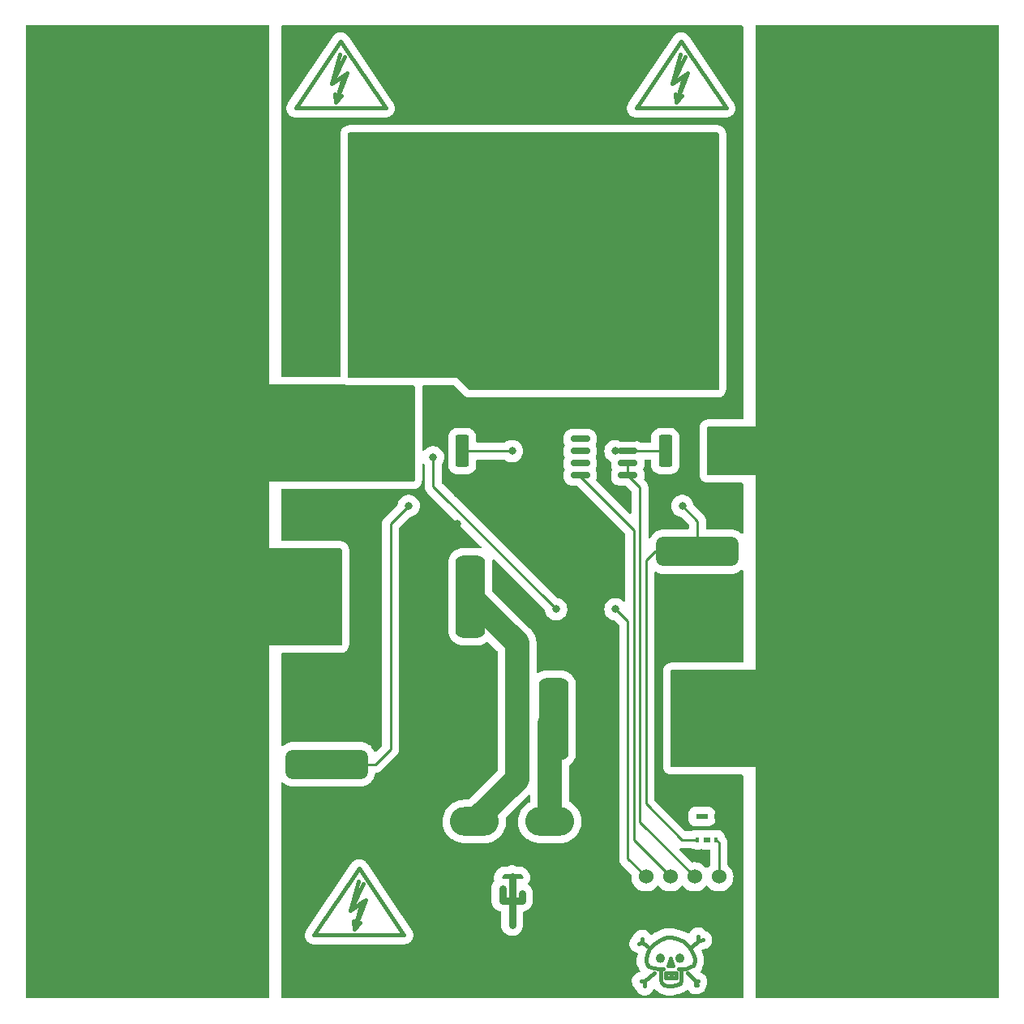
<source format=gbr>
%TF.GenerationSoftware,KiCad,Pcbnew,7.0.2*%
%TF.CreationDate,2024-02-27T12:18:34-06:00*%
%TF.ProjectId,Relay_board_hardware,52656c61-795f-4626-9f61-72645f686172,rev?*%
%TF.SameCoordinates,Original*%
%TF.FileFunction,Copper,L1,Top*%
%TF.FilePolarity,Positive*%
%FSLAX46Y46*%
G04 Gerber Fmt 4.6, Leading zero omitted, Abs format (unit mm)*
G04 Created by KiCad (PCBNEW 7.0.2) date 2024-02-27 12:18:34*
%MOMM*%
%LPD*%
G01*
G04 APERTURE LIST*
G04 Aperture macros list*
%AMRoundRect*
0 Rectangle with rounded corners*
0 $1 Rounding radius*
0 $2 $3 $4 $5 $6 $7 $8 $9 X,Y pos of 4 corners*
0 Add a 4 corners polygon primitive as box body*
4,1,4,$2,$3,$4,$5,$6,$7,$8,$9,$2,$3,0*
0 Add four circle primitives for the rounded corners*
1,1,$1+$1,$2,$3*
1,1,$1+$1,$4,$5*
1,1,$1+$1,$6,$7*
1,1,$1+$1,$8,$9*
0 Add four rect primitives between the rounded corners*
20,1,$1+$1,$2,$3,$4,$5,0*
20,1,$1+$1,$4,$5,$6,$7,0*
20,1,$1+$1,$6,$7,$8,$9,0*
20,1,$1+$1,$8,$9,$2,$3,0*%
G04 Aperture macros list end*
%TA.AperFunction,EtchedComponent*%
%ADD10C,0.381000*%
%TD*%
%TA.AperFunction,EtchedComponent*%
%ADD11C,0.254000*%
%TD*%
%TA.AperFunction,EtchedComponent*%
%ADD12C,0.762000*%
%TD*%
%TA.AperFunction,ComponentPad*%
%ADD13O,5.100000X3.000000*%
%TD*%
%TA.AperFunction,ComponentPad*%
%ADD14R,25.400000X50.800000*%
%TD*%
%TA.AperFunction,SMDPad,CuDef*%
%ADD15RoundRect,0.249999X0.450001X1.425001X-0.450001X1.425001X-0.450001X-1.425001X0.450001X-1.425001X0*%
%TD*%
%TA.AperFunction,ComponentPad*%
%ADD16RoundRect,0.775000X-3.525000X0.775000X-3.525000X-0.775000X3.525000X-0.775000X3.525000X0.775000X0*%
%TD*%
%TA.AperFunction,ComponentPad*%
%ADD17RoundRect,0.775000X0.775000X3.525000X-0.775000X3.525000X-0.775000X-3.525000X0.775000X-3.525000X0*%
%TD*%
%TA.AperFunction,ComponentPad*%
%ADD18RoundRect,0.775000X-0.775000X-3.525000X0.775000X-3.525000X0.775000X3.525000X-0.775000X3.525000X0*%
%TD*%
%TA.AperFunction,SMDPad,CuDef*%
%ADD19R,0.400000X0.500000*%
%TD*%
%TA.AperFunction,SMDPad,CuDef*%
%ADD20R,0.750000X0.500000*%
%TD*%
%TA.AperFunction,SMDPad,CuDef*%
%ADD21R,1.300000X0.500000*%
%TD*%
%TA.AperFunction,SMDPad,CuDef*%
%ADD22RoundRect,0.150000X0.825000X0.150000X-0.825000X0.150000X-0.825000X-0.150000X0.825000X-0.150000X0*%
%TD*%
%TA.AperFunction,ComponentPad*%
%ADD23RoundRect,0.775000X3.525000X-0.775000X3.525000X0.775000X-3.525000X0.775000X-3.525000X-0.775000X0*%
%TD*%
%TA.AperFunction,ComponentPad*%
%ADD24R,25.400000X25.400000*%
%TD*%
%TA.AperFunction,ComponentPad*%
%ADD25C,2.000000*%
%TD*%
%TA.AperFunction,ComponentPad*%
%ADD26C,1.524000*%
%TD*%
%TA.AperFunction,ViaPad*%
%ADD27C,0.800000*%
%TD*%
%TA.AperFunction,Conductor*%
%ADD28C,2.540000*%
%TD*%
%TA.AperFunction,Conductor*%
%ADD29C,0.254000*%
%TD*%
%TA.AperFunction,Conductor*%
%ADD30C,0.250000*%
%TD*%
G04 APERTURE END LIST*
D10*
%TO.C,REF\u002A\u002A*%
X165354000Y-59436000D02*
X170053000Y-52451000D01*
X169153840Y-56842660D02*
X170352720Y-56042560D01*
X169153840Y-56842660D02*
X170454320Y-54041040D01*
X169555160Y-58841640D02*
X169453560Y-57942480D01*
X169555160Y-58841640D02*
X170154600Y-58143140D01*
X169555160Y-58841640D02*
X170754040Y-55742840D01*
X169953940Y-53842920D02*
X169153840Y-56842660D01*
X170053000Y-52451000D02*
X174752000Y-59436000D01*
X170352720Y-56042560D02*
X169555160Y-58841640D01*
X170754040Y-55742840D02*
X170154600Y-56141620D01*
X174752000Y-59436000D02*
X165354000Y-59436000D01*
%TO.C,DANGER!*%
X165989000Y-146558000D02*
X165608000Y-146685000D01*
X165989000Y-146558000D02*
X165989000Y-146177000D01*
X166243000Y-150622000D02*
X165862000Y-150622000D01*
X166243000Y-150622000D02*
X166243000Y-151130000D01*
X166370000Y-148336000D02*
X166497000Y-147828000D01*
X166370000Y-148590000D02*
X166370000Y-148336000D01*
X166370000Y-148590000D02*
X166497000Y-148844000D01*
X166497000Y-146939000D02*
X165989000Y-146558000D01*
X166497000Y-147828000D02*
X166751000Y-147193000D01*
X166497000Y-148844000D02*
X166624000Y-149098000D01*
X166624000Y-149098000D02*
X167132000Y-149225000D01*
X166751000Y-147193000D02*
X167259000Y-146685000D01*
X167132000Y-149225000D02*
X167767000Y-149352000D01*
X167259000Y-146685000D02*
X167894000Y-146304000D01*
X167259000Y-149733000D02*
X166243000Y-150622000D01*
X167767000Y-149352000D02*
X168148000Y-149352000D01*
X167894000Y-146304000D02*
X168529000Y-146050000D01*
X167894000Y-150114000D02*
X167894000Y-149352000D01*
X167894000Y-150495000D02*
X167894000Y-150114000D01*
X167894000Y-150495000D02*
X168021000Y-150749000D01*
X168021000Y-150749000D02*
X168275000Y-151003000D01*
X168275000Y-151003000D02*
X168656000Y-151130000D01*
X168402000Y-149733000D02*
X169545000Y-149733000D01*
X168402000Y-150241000D02*
X168402000Y-149733000D01*
X168529000Y-146050000D02*
X169037000Y-146050000D01*
X168656000Y-148971000D02*
X168910000Y-148209000D01*
X168910000Y-148209000D02*
X169164000Y-148971000D01*
X169037000Y-146050000D02*
X169672000Y-146177000D01*
X169037000Y-149860000D02*
X169037000Y-150114000D01*
X169037000Y-151130000D02*
X168656000Y-151130000D01*
X169164000Y-148971000D02*
X168656000Y-148971000D01*
X169545000Y-149733000D02*
X169545000Y-150241000D01*
X169545000Y-150241000D02*
X168402000Y-150241000D01*
X169545000Y-151003000D02*
X169037000Y-151130000D01*
X169672000Y-146177000D02*
X170307000Y-146431000D01*
X169926000Y-150876000D02*
X169545000Y-151003000D01*
X170053000Y-149352000D02*
X170053000Y-150114000D01*
X170053000Y-150114000D02*
X170053000Y-150495000D01*
X170053000Y-150495000D02*
X169926000Y-150876000D01*
X170180000Y-149352000D02*
X169799000Y-149352000D01*
X170307000Y-146431000D02*
X170815000Y-146939000D01*
X170561000Y-149352000D02*
X170180000Y-149352000D01*
X170688000Y-149733000D02*
X171577000Y-150622000D01*
X170815000Y-146939000D02*
X171069000Y-147320000D01*
X171069000Y-147320000D02*
X171323000Y-147828000D01*
X171069000Y-149098000D02*
X170561000Y-149352000D01*
X171196000Y-146939000D02*
X171831000Y-146431000D01*
X171323000Y-147828000D02*
X171450000Y-148209000D01*
X171323000Y-148971000D02*
X171069000Y-149098000D01*
X171450000Y-148209000D02*
X171450000Y-148590000D01*
X171450000Y-148590000D02*
X171323000Y-148971000D01*
X171577000Y-150622000D02*
X171577000Y-151003000D01*
X171577000Y-150622000D02*
X171831000Y-150622000D01*
X171577000Y-151003000D02*
X171704000Y-151003000D01*
X171831000Y-146431000D02*
X171831000Y-145923000D01*
X171831000Y-146431000D02*
X172339000Y-146304000D01*
X168177981Y-148209000D02*
G75*
G03*
X168177981Y-148209000I-283981J0D01*
G01*
X170209981Y-148209000D02*
G75*
G03*
X170209981Y-148209000I-283981J0D01*
G01*
%TO.C,REF\u002A\u002A*%
X131729480Y-145787110D02*
X136428480Y-138802110D01*
X135529320Y-143193770D02*
X136728200Y-142393670D01*
X135529320Y-143193770D02*
X136829800Y-140392150D01*
X135930640Y-145192750D02*
X135829040Y-144293590D01*
X135930640Y-145192750D02*
X136530080Y-144494250D01*
X135930640Y-145192750D02*
X137129520Y-142093950D01*
X136329420Y-140194030D02*
X135529320Y-143193770D01*
X136428480Y-138802110D02*
X141127480Y-145787110D01*
X136728200Y-142393670D02*
X135930640Y-145192750D01*
X137129520Y-142093950D02*
X136530080Y-142492730D01*
X141127480Y-145787110D02*
X131729480Y-145787110D01*
X129794000Y-59436000D02*
X134493000Y-52451000D01*
X133593840Y-56842660D02*
X134792720Y-56042560D01*
X133593840Y-56842660D02*
X134894320Y-54041040D01*
X133995160Y-58841640D02*
X133893560Y-57942480D01*
X133995160Y-58841640D02*
X134594600Y-58143140D01*
X133995160Y-58841640D02*
X135194040Y-55742840D01*
X134393940Y-53842920D02*
X133593840Y-56842660D01*
X134493000Y-52451000D02*
X139192000Y-59436000D01*
X134792720Y-56042560D02*
X133995160Y-58841640D01*
X135194040Y-55742840D02*
X134594600Y-56141620D01*
X139192000Y-59436000D02*
X129794000Y-59436000D01*
D11*
X151384000Y-139761500D02*
X151638000Y-139507500D01*
X151384000Y-139761500D02*
X153416000Y-139761500D01*
D12*
X151384000Y-142174500D02*
X151384000Y-140904500D01*
X151384000Y-142174500D02*
X152400000Y-142174500D01*
D11*
X151638000Y-139507500D02*
X153162000Y-139507500D01*
D12*
X152400000Y-142174500D02*
X153416000Y-142174500D01*
X152400000Y-144714500D02*
X152400000Y-139634500D01*
D11*
X153162000Y-139507500D02*
X153416000Y-139761500D01*
D12*
X153416000Y-142174500D02*
X153416000Y-141412500D01*
%TD*%
D13*
%TO.P,Conn1,1,GND*%
%TO.N,/RLY_V-*%
X148463000Y-133922800D03*
%TO.P,Conn1,2,V+Log*%
%TO.N,/RLY_V+*%
X156337000Y-133922800D03*
%TD*%
D14*
%TO.P,V3,1,1*%
%TO.N,GNDPWR*%
X114300000Y-76200000D03*
%TD*%
D15*
%TO.P,R2,1*%
%TO.N,Net-(U1A-+)*%
X147195000Y-95250000D03*
%TO.P,R2,2*%
%TO.N,GNDPWR*%
X141095000Y-95250000D03*
%TD*%
D16*
%TO.P,K1,1*%
%TO.N,GND*%
X158754000Y-105740000D03*
%TO.P,K1,2*%
%TO.N,Net-(IC1-DRAIN)*%
X171754000Y-105740000D03*
D17*
%TO.P,K1,3*%
%TO.N,VBUS*%
X173754000Y-123240000D03*
D18*
%TO.P,K1,4*%
%TO.N,/RLY_V+*%
X156754000Y-123240000D03*
%TD*%
D19*
%TO.P,IC1,1,DRAIN*%
%TO.N,Net-(IC1-DRAIN)*%
X171770000Y-135820000D03*
D20*
%TO.P,IC1,2,N.C._1*%
%TO.N,unconnected-(IC1-N.C._1-Pad2)*%
X172720000Y-135820000D03*
D19*
%TO.P,IC1,3,IN*%
%TO.N,RLY_IN*%
X173670000Y-135820000D03*
%TO.P,IC1,4,SOURCE*%
%TO.N,GND*%
X173670000Y-133420000D03*
D21*
%TO.P,IC1,5,N.C._2*%
%TO.N,unconnected-(IC1-N.C._2-Pad5)*%
X172220000Y-133420000D03*
%TD*%
D14*
%TO.P,V5,1,1*%
%TO.N,GNDPWR*%
X114300000Y-127000000D03*
%TD*%
%TO.P,V2,1,1*%
%TO.N,VBUS*%
X190500000Y-76200000D03*
%TD*%
D22*
%TO.P,U1,1*%
%TO.N,/V_SENSE_OUT*%
X164465000Y-97790000D03*
%TO.P,U1,2,-*%
X164465000Y-96520000D03*
%TO.P,U1,3,+*%
%TO.N,Net-(U1A-+)*%
X164465000Y-95250000D03*
%TO.P,U1,4,V-*%
%TO.N,GND*%
X164465000Y-93980000D03*
%TO.P,U1,5*%
%TO.N,N/C*%
X159515000Y-93980000D03*
%TO.P,U1,6*%
X159515000Y-95250000D03*
%TO.P,U1,7*%
X159515000Y-96520000D03*
%TO.P,U1,8,V+*%
%TO.N,+3V3*%
X159515000Y-97790000D03*
%TD*%
D14*
%TO.P,V4,1,1*%
%TO.N,VBUS*%
X190500000Y-127000000D03*
%TD*%
D17*
%TO.P,K2,4*%
%TO.N,/RLY_V-*%
X148046000Y-110440000D03*
D18*
%TO.P,K2,3*%
%TO.N,GNDPWR*%
X131046000Y-110440000D03*
D23*
%TO.P,K2,2*%
%TO.N,Net-(IC1-DRAIN)*%
X133046000Y-127940000D03*
%TO.P,K2,1*%
%TO.N,GND*%
X146046000Y-127940000D03*
%TD*%
D15*
%TO.P,R1,1*%
%TO.N,VBUS*%
X174500000Y-95250000D03*
%TO.P,R1,2*%
%TO.N,Net-(U1A-+)*%
X168400000Y-95250000D03*
%TD*%
D24*
%TO.P,V1,1,1*%
%TO.N,/PWRRES*%
X160655000Y-75565000D03*
%TD*%
D25*
%TO.P,C1,1*%
%TO.N,GNDPWR*%
X132080000Y-90250000D03*
%TO.P,C1,2*%
%TO.N,GND*%
X132080000Y-100250000D03*
%TD*%
D26*
%TO.P,Conn2,1*%
%TO.N,RLY_IN*%
X173990000Y-139700000D03*
%TO.P,Conn2,2*%
%TO.N,/V_SENSE_OUT*%
X171450000Y-139700000D03*
%TO.P,Conn2,3*%
%TO.N,+3V3*%
X168910000Y-139700000D03*
%TO.P,Conn2,4*%
%TO.N,DSCHG_IN*%
X166370000Y-139700000D03*
%TO.P,Conn2,5*%
%TO.N,GND*%
X163830000Y-139700000D03*
%TD*%
D27*
%TO.N,GNDPWR*%
X137160000Y-93345000D03*
X133985000Y-95885000D03*
X133985000Y-90805000D03*
X137160000Y-90805000D03*
X133985000Y-93345000D03*
X128270000Y-113030000D03*
X137160000Y-95885000D03*
X128270000Y-107950000D03*
X128270000Y-110490000D03*
%TO.N,GND*%
X167640000Y-118745000D03*
X161925000Y-97155000D03*
X129540000Y-66040000D03*
X172720000Y-113665000D03*
X129540000Y-77470000D03*
X170815000Y-137160000D03*
X163195000Y-127635000D03*
X167640000Y-127635000D03*
X146685000Y-102870000D03*
X175260000Y-52070000D03*
X158115000Y-113665000D03*
X163195000Y-118745000D03*
X170815000Y-95250000D03*
X168910000Y-113665000D03*
X172720000Y-109855000D03*
X129540000Y-52070000D03*
X175260000Y-77470000D03*
X175895000Y-109855000D03*
X175895000Y-113665000D03*
X158115000Y-109855000D03*
X168910000Y-109855000D03*
X146685000Y-99695000D03*
X175260000Y-66040000D03*
X161925000Y-92075000D03*
%TO.N,Net-(IC1-DRAIN)*%
X170180000Y-100965000D03*
X141605000Y-100965000D03*
%TO.N,VBUS*%
X176530000Y-123190000D03*
X176530000Y-127000000D03*
X176530000Y-119380000D03*
%TO.N,Net-(U1A-+)*%
X152400000Y-95250000D03*
X163195000Y-95250000D03*
%TO.N,/PWRRES*%
X140970000Y-78740000D03*
X140970000Y-85090000D03*
X144780000Y-81915000D03*
X137160000Y-81915000D03*
X140970000Y-82550000D03*
X137160000Y-85090000D03*
X144780000Y-85090000D03*
X144780000Y-78740000D03*
X137160000Y-78740000D03*
%TO.N,DSCHG_IN*%
X157000000Y-111760000D03*
X163195000Y-111760000D03*
X144145000Y-95885000D03*
%TD*%
D28*
%TO.N,/RLY_V-*%
X152908000Y-115302000D02*
X148046000Y-110440000D01*
X148463000Y-133922800D02*
X152908000Y-129477800D01*
X152908000Y-129477800D02*
X152908000Y-115302000D01*
D29*
%TO.N,Net-(IC1-DRAIN)*%
X139700000Y-126365000D02*
X139700000Y-102870000D01*
X170110000Y-135820000D02*
X166370000Y-132080000D01*
X166370000Y-106680000D02*
X167310000Y-105740000D01*
X167310000Y-105740000D02*
X171754000Y-105740000D01*
X166370000Y-132080000D02*
X166370000Y-106680000D01*
X171754000Y-102539000D02*
X171754000Y-105740000D01*
X138125000Y-127940000D02*
X139700000Y-126365000D01*
X133046000Y-127940000D02*
X138125000Y-127940000D01*
X170180000Y-100965000D02*
X171754000Y-102539000D01*
X139700000Y-102870000D02*
X141605000Y-100965000D01*
X171770000Y-135820000D02*
X170110000Y-135820000D01*
D28*
%TO.N,/RLY_V+*%
X156337000Y-123657000D02*
X156754000Y-123240000D01*
X156337000Y-133922800D02*
X156337000Y-123657000D01*
D29*
%TO.N,Net-(U1A-+)*%
X163195000Y-95250000D02*
X168400000Y-95250000D01*
X152400000Y-95250000D02*
X147195000Y-95250000D01*
D30*
%TO.N,+3V3*%
X165100000Y-103505000D02*
X159515000Y-97920000D01*
D29*
X165100000Y-103505000D02*
X165100000Y-135890000D01*
X165100000Y-135890000D02*
X168910000Y-139700000D01*
D30*
X159515000Y-97920000D02*
X159515000Y-97790000D01*
D29*
%TO.N,/V_SENSE_OUT*%
X165735000Y-99060000D02*
X164465000Y-97790000D01*
X164465000Y-96520000D02*
X164465000Y-97790000D01*
X171450000Y-139700000D02*
X165735000Y-133985000D01*
X165735000Y-99060000D02*
X165735000Y-133985000D01*
%TO.N,DSCHG_IN*%
X164465000Y-113030000D02*
X164465000Y-137795000D01*
D30*
X144145000Y-98905000D02*
X157000000Y-111760000D01*
D29*
X164465000Y-137795000D02*
X166370000Y-139700000D01*
X163195000Y-111760000D02*
X164465000Y-113030000D01*
D30*
X144145000Y-95885000D02*
X144145000Y-98905000D01*
D29*
%TO.N,RLY_IN*%
X173990000Y-136140000D02*
X173670000Y-135820000D01*
X173990000Y-139700000D02*
X173990000Y-136140000D01*
%TD*%
%TA.AperFunction,Conductor*%
%TO.N,VBUS*%
G36*
X180975000Y-97790000D02*
G01*
X172844000Y-97790000D01*
X172776961Y-97770315D01*
X172731206Y-97717511D01*
X172720000Y-97666000D01*
X172720000Y-92834000D01*
X172739685Y-92766961D01*
X172792489Y-92721206D01*
X172844000Y-92710000D01*
X177800000Y-92710000D01*
X180975000Y-92710000D01*
X180975000Y-97790000D01*
G37*
%TD.AperFunction*%
%TD*%
%TA.AperFunction,Conductor*%
%TO.N,GNDPWR*%
G36*
X126943039Y-50820185D02*
G01*
X126988794Y-50872989D01*
X127000000Y-50924499D01*
X127000000Y-88265000D01*
X120650000Y-88265000D01*
X120650000Y-98425000D01*
X127000000Y-98425000D01*
X127000000Y-115570000D01*
X127000000Y-152275500D01*
X126980315Y-152342539D01*
X126927511Y-152388294D01*
X126876000Y-152399500D01*
X102874877Y-152399500D01*
X102865147Y-152399118D01*
X102813083Y-152395020D01*
X102672427Y-152382714D01*
X102654293Y-152379760D01*
X102575590Y-152360866D01*
X102572442Y-152360067D01*
X102467205Y-152331868D01*
X102451848Y-152326655D01*
X102371531Y-152293388D01*
X102366577Y-152291208D01*
X102273224Y-152247676D01*
X102260852Y-152241028D01*
X102213554Y-152212044D01*
X102184845Y-152194451D01*
X102178513Y-152190299D01*
X102143624Y-152165869D01*
X102095839Y-152132410D01*
X102086442Y-152125135D01*
X102018023Y-152066699D01*
X102010874Y-152060090D01*
X101939908Y-151989124D01*
X101933299Y-151981975D01*
X101912545Y-151957675D01*
X101874860Y-151913551D01*
X101867594Y-151904166D01*
X101809694Y-151821477D01*
X101805547Y-151815153D01*
X101758963Y-151739135D01*
X101752329Y-151726788D01*
X101708770Y-151633376D01*
X101706622Y-151628496D01*
X101673343Y-151548150D01*
X101668130Y-151532793D01*
X101639910Y-151427476D01*
X101639153Y-151424494D01*
X101620236Y-151345698D01*
X101617285Y-151327579D01*
X101604986Y-151187001D01*
X101600880Y-151134833D01*
X101600500Y-151125131D01*
X101600500Y-52074871D01*
X101600882Y-52065144D01*
X101604986Y-52012999D01*
X101617286Y-51872412D01*
X101620238Y-51854293D01*
X101639158Y-51775486D01*
X101639901Y-51772558D01*
X101668133Y-51667196D01*
X101673343Y-51651848D01*
X101706637Y-51571469D01*
X101708754Y-51566656D01*
X101752336Y-51473196D01*
X101758954Y-51460878D01*
X101805572Y-51384806D01*
X101809673Y-51378552D01*
X101867608Y-51295812D01*
X101874843Y-51286468D01*
X101933323Y-51217996D01*
X101939883Y-51210900D01*
X102010900Y-51139883D01*
X102017996Y-51133323D01*
X102086468Y-51074843D01*
X102095812Y-51067608D01*
X102178552Y-51009673D01*
X102184806Y-51005572D01*
X102260878Y-50958954D01*
X102273196Y-50952336D01*
X102366656Y-50908754D01*
X102371469Y-50906637D01*
X102451853Y-50873341D01*
X102467196Y-50868133D01*
X102572559Y-50839901D01*
X102575469Y-50839162D01*
X102654305Y-50820235D01*
X102672416Y-50817286D01*
X102813078Y-50804979D01*
X102865167Y-50800880D01*
X102874868Y-50800500D01*
X126876000Y-50800500D01*
X126943039Y-50820185D01*
G37*
%TD.AperFunction*%
%TD*%
%TA.AperFunction,Conductor*%
%TO.N,VBUS*%
G36*
X177800000Y-128270000D02*
G01*
X170180000Y-128270000D01*
X169034000Y-128270000D01*
X168966961Y-128250315D01*
X168921206Y-128197511D01*
X168910000Y-128146000D01*
X168910000Y-118234000D01*
X168929685Y-118166961D01*
X168982489Y-118121206D01*
X169034000Y-118110000D01*
X177800000Y-118110000D01*
X177800000Y-128270000D01*
G37*
%TD.AperFunction*%
%TD*%
%TA.AperFunction,Conductor*%
%TO.N,GND*%
G36*
X176473039Y-50820185D02*
G01*
X176518794Y-50872989D01*
X176530000Y-50924500D01*
X176530000Y-91818500D01*
X176510315Y-91885539D01*
X176457511Y-91931294D01*
X176406000Y-91942500D01*
X172844000Y-91942500D01*
X172840706Y-91942854D01*
X172840690Y-91942855D01*
X172684160Y-91959685D01*
X172684157Y-91959685D01*
X172680850Y-91960041D01*
X172677615Y-91960744D01*
X172677601Y-91960747D01*
X172629339Y-91971247D01*
X172607701Y-91976344D01*
X172607688Y-91976347D01*
X172603664Y-91977296D01*
X172599804Y-91978770D01*
X172599790Y-91978775D01*
X172437198Y-92040893D01*
X172317955Y-92122061D01*
X172289883Y-92141169D01*
X172287165Y-92143524D01*
X172287160Y-92143528D01*
X172238317Y-92185850D01*
X172238290Y-92185874D01*
X172237079Y-92186924D01*
X172235921Y-92188039D01*
X172235911Y-92188049D01*
X172178652Y-92243226D01*
X172072991Y-92386729D01*
X172004691Y-92547392D01*
X172004680Y-92547420D01*
X172003276Y-92550725D01*
X172002264Y-92554169D01*
X172002259Y-92554185D01*
X171983591Y-92617764D01*
X171983162Y-92619342D01*
X171973190Y-92656985D01*
X171953301Y-92827150D01*
X171952500Y-92834000D01*
X171952500Y-97666000D01*
X171952854Y-97669294D01*
X171952855Y-97669309D01*
X171965832Y-97790000D01*
X171970041Y-97829150D01*
X171970745Y-97832387D01*
X171970747Y-97832398D01*
X171981247Y-97880661D01*
X171986344Y-97902298D01*
X171986346Y-97902307D01*
X171987296Y-97906336D01*
X171988772Y-97910199D01*
X171988775Y-97910209D01*
X172050893Y-98072801D01*
X172092859Y-98134453D01*
X172151169Y-98220117D01*
X172153528Y-98222839D01*
X172193363Y-98268812D01*
X172196924Y-98272921D01*
X172253226Y-98331348D01*
X172396726Y-98437007D01*
X172403108Y-98439720D01*
X172557392Y-98505308D01*
X172557405Y-98505312D01*
X172560725Y-98506724D01*
X172564184Y-98507739D01*
X172564185Y-98507740D01*
X172627764Y-98526409D01*
X172629342Y-98526838D01*
X172666985Y-98536809D01*
X172666995Y-98536810D01*
X172667002Y-98536812D01*
X172844000Y-98557500D01*
X172847599Y-98557500D01*
X176406000Y-98557500D01*
X176473039Y-98577185D01*
X176518794Y-98629989D01*
X176530000Y-98681500D01*
X176530000Y-103742359D01*
X176510315Y-103809398D01*
X176457511Y-103855153D01*
X176388353Y-103865097D01*
X176325659Y-103836812D01*
X176252079Y-103774226D01*
X176180626Y-103713448D01*
X175968188Y-103585024D01*
X175968186Y-103585023D01*
X175737898Y-103492340D01*
X175495725Y-103437799D01*
X175352032Y-103427654D01*
X175352028Y-103427653D01*
X175349849Y-103427500D01*
X175347661Y-103427500D01*
X172767500Y-103427500D01*
X172700461Y-103407815D01*
X172654706Y-103355011D01*
X172643500Y-103303500D01*
X172643500Y-102618763D01*
X172645027Y-102599363D01*
X172647174Y-102585810D01*
X172643670Y-102518949D01*
X172643500Y-102512460D01*
X172643500Y-102495633D01*
X172643500Y-102492380D01*
X172641400Y-102472405D01*
X172640891Y-102465939D01*
X172637388Y-102399086D01*
X172637388Y-102399085D01*
X172633834Y-102385822D01*
X172630290Y-102366705D01*
X172628855Y-102353044D01*
X172608159Y-102289352D01*
X172606320Y-102283140D01*
X172604544Y-102276511D01*
X172588994Y-102218475D01*
X172582761Y-102206243D01*
X172575315Y-102188268D01*
X172571075Y-102175215D01*
X172571074Y-102175214D01*
X172571074Y-102175212D01*
X172551433Y-102141195D01*
X172537590Y-102117218D01*
X172534513Y-102111552D01*
X172504107Y-102051875D01*
X172495467Y-102041207D01*
X172484446Y-102025170D01*
X172477584Y-102013284D01*
X172461468Y-101995385D01*
X172432772Y-101963515D01*
X172428568Y-101958592D01*
X172417989Y-101945528D01*
X172415937Y-101942994D01*
X172401744Y-101928801D01*
X172397275Y-101924092D01*
X172352470Y-101874331D01*
X172341359Y-101866258D01*
X172326565Y-101853622D01*
X171369899Y-100896956D01*
X171336414Y-100835633D01*
X171334110Y-100820726D01*
X171327601Y-100750476D01*
X171268643Y-100543258D01*
X171268643Y-100543257D01*
X171172614Y-100350403D01*
X171042777Y-100178472D01*
X170883566Y-100033332D01*
X170700391Y-99919915D01*
X170700390Y-99919915D01*
X170499496Y-99842088D01*
X170287721Y-99802500D01*
X170072279Y-99802500D01*
X169860503Y-99842087D01*
X169860504Y-99842088D01*
X169659608Y-99919915D01*
X169476433Y-100033332D01*
X169317222Y-100178472D01*
X169187385Y-100350403D01*
X169091356Y-100543257D01*
X169032398Y-100750473D01*
X169012520Y-100965000D01*
X169032398Y-101179526D01*
X169091356Y-101386742D01*
X169187385Y-101579596D01*
X169317222Y-101751527D01*
X169476433Y-101896667D01*
X169476435Y-101896668D01*
X169476436Y-101896669D01*
X169659609Y-102010085D01*
X169860504Y-102087912D01*
X170049638Y-102123267D01*
X170111916Y-102154934D01*
X170114530Y-102157473D01*
X170828182Y-102871125D01*
X170861666Y-102932446D01*
X170864500Y-102958804D01*
X170864500Y-103303500D01*
X170844815Y-103370539D01*
X170792011Y-103416294D01*
X170740500Y-103427500D01*
X168160340Y-103427500D01*
X168160311Y-103427500D01*
X168158152Y-103427501D01*
X168155974Y-103427654D01*
X168155967Y-103427655D01*
X168012275Y-103437799D01*
X167770101Y-103492340D01*
X167539813Y-103585023D01*
X167327374Y-103713448D01*
X167138285Y-103874285D01*
X166977448Y-104063374D01*
X166854617Y-104266560D01*
X166803089Y-104313748D01*
X166734229Y-104325586D01*
X166669901Y-104298317D01*
X166630527Y-104240598D01*
X166624500Y-104202410D01*
X166624500Y-99139763D01*
X166626027Y-99120363D01*
X166628174Y-99106810D01*
X166624670Y-99039949D01*
X166624500Y-99033460D01*
X166624500Y-99016633D01*
X166624500Y-99013380D01*
X166622400Y-98993405D01*
X166621891Y-98986939D01*
X166621417Y-98977901D01*
X166618388Y-98920085D01*
X166614834Y-98906822D01*
X166611290Y-98887705D01*
X166609855Y-98874044D01*
X166589159Y-98810352D01*
X166587320Y-98804139D01*
X166585296Y-98796584D01*
X166569994Y-98739475D01*
X166563762Y-98727244D01*
X166556315Y-98709265D01*
X166552075Y-98696214D01*
X166518598Y-98638231D01*
X166515500Y-98632526D01*
X166485105Y-98572873D01*
X166476470Y-98562210D01*
X166465447Y-98546171D01*
X166458585Y-98534285D01*
X166441813Y-98515658D01*
X166413773Y-98484516D01*
X166409561Y-98479584D01*
X166398983Y-98466521D01*
X166396937Y-98463994D01*
X166382744Y-98449801D01*
X166378275Y-98445092D01*
X166333470Y-98395331D01*
X166322359Y-98387258D01*
X166307565Y-98374622D01*
X166208866Y-98275923D01*
X166175381Y-98214600D01*
X166176771Y-98156150D01*
X166196230Y-98083533D01*
X166202500Y-98003863D01*
X166202499Y-97576138D01*
X166196230Y-97496467D01*
X166146584Y-97311188D01*
X166146583Y-97311187D01*
X166146583Y-97311185D01*
X166115280Y-97249752D01*
X166095685Y-97211293D01*
X166082789Y-97142627D01*
X166095686Y-97098704D01*
X166113195Y-97064342D01*
X166146584Y-96998812D01*
X166196230Y-96813533D01*
X166202500Y-96733863D01*
X166202499Y-96306138D01*
X166199909Y-96273226D01*
X166214274Y-96204851D01*
X166263325Y-96155095D01*
X166323527Y-96139500D01*
X166813500Y-96139500D01*
X166880539Y-96159185D01*
X166926294Y-96211989D01*
X166937500Y-96263499D01*
X166937500Y-96724742D01*
X166937797Y-96727759D01*
X166937798Y-96727776D01*
X166952150Y-96873487D01*
X166990167Y-96998812D01*
X167010046Y-97064342D01*
X167104063Y-97240237D01*
X167230590Y-97394410D01*
X167384763Y-97520937D01*
X167560658Y-97614954D01*
X167751514Y-97672850D01*
X167900258Y-97687500D01*
X167903308Y-97687500D01*
X168896692Y-97687500D01*
X168899742Y-97687500D01*
X169048486Y-97672850D01*
X169239342Y-97614954D01*
X169415237Y-97520937D01*
X169569410Y-97394410D01*
X169695937Y-97240237D01*
X169789954Y-97064342D01*
X169847850Y-96873486D01*
X169862500Y-96724742D01*
X169862500Y-93775258D01*
X169847850Y-93626514D01*
X169789954Y-93435658D01*
X169695937Y-93259763D01*
X169569410Y-93105590D01*
X169415237Y-92979063D01*
X169239342Y-92885046D01*
X169239339Y-92885045D01*
X169239337Y-92885044D01*
X169048487Y-92827150D01*
X168902776Y-92812798D01*
X168902759Y-92812797D01*
X168899742Y-92812500D01*
X167900258Y-92812500D01*
X167897241Y-92812797D01*
X167897223Y-92812798D01*
X167751512Y-92827150D01*
X167560662Y-92885044D01*
X167560658Y-92885045D01*
X167560658Y-92885046D01*
X167384763Y-92979063D01*
X167384761Y-92979064D01*
X167384760Y-92979065D01*
X167230589Y-93105589D01*
X167230590Y-93105590D01*
X167104063Y-93259763D01*
X167010046Y-93435658D01*
X167010044Y-93435662D01*
X166952150Y-93626512D01*
X166937798Y-93772223D01*
X166937797Y-93772241D01*
X166937500Y-93775258D01*
X166937500Y-93778306D01*
X166937500Y-93778307D01*
X166937500Y-94236500D01*
X166917815Y-94303539D01*
X166865011Y-94349294D01*
X166813500Y-94360500D01*
X165870680Y-94360500D01*
X165803641Y-94340815D01*
X165792645Y-94332866D01*
X165789723Y-94330499D01*
X165618812Y-94243415D01*
X165472686Y-94204261D01*
X165433533Y-94193770D01*
X165423938Y-94193014D01*
X165356297Y-94187691D01*
X165356282Y-94187690D01*
X165353863Y-94187500D01*
X165351418Y-94187500D01*
X163693619Y-94187500D01*
X163648826Y-94179127D01*
X163514497Y-94127088D01*
X163443904Y-94113892D01*
X163302721Y-94087500D01*
X163087279Y-94087500D01*
X162875504Y-94127088D01*
X162674608Y-94204915D01*
X162491433Y-94318332D01*
X162332222Y-94463472D01*
X162202385Y-94635403D01*
X162106356Y-94828257D01*
X162047398Y-95035473D01*
X162027520Y-95250000D01*
X162047398Y-95464526D01*
X162106356Y-95671742D01*
X162202385Y-95864596D01*
X162332222Y-96036527D01*
X162491435Y-96181669D01*
X162668777Y-96291474D01*
X162715413Y-96343502D01*
X162727500Y-96396901D01*
X162727500Y-96731440D01*
X162727500Y-96731465D01*
X162727501Y-96733862D01*
X162727689Y-96736253D01*
X162727690Y-96736274D01*
X162732760Y-96800709D01*
X162733770Y-96813533D01*
X162749835Y-96873486D01*
X162783416Y-96998814D01*
X162834313Y-97098705D01*
X162847209Y-97167374D01*
X162834313Y-97211293D01*
X162783416Y-97311185D01*
X162733770Y-97496467D01*
X162727691Y-97573702D01*
X162727690Y-97573718D01*
X162727500Y-97576137D01*
X162727500Y-97578581D01*
X162727500Y-97578582D01*
X162727500Y-98001440D01*
X162727500Y-98001465D01*
X162727501Y-98003862D01*
X162727689Y-98006253D01*
X162727690Y-98006274D01*
X162732760Y-98070709D01*
X162733770Y-98083533D01*
X162733771Y-98083536D01*
X162783415Y-98268812D01*
X162853128Y-98405630D01*
X162870498Y-98439720D01*
X162991211Y-98588789D01*
X163140280Y-98709502D01*
X163216374Y-98748274D01*
X163311187Y-98796584D01*
X163339383Y-98804139D01*
X163496467Y-98846230D01*
X163576137Y-98852500D01*
X164218194Y-98852499D01*
X164285233Y-98872183D01*
X164305875Y-98888818D01*
X164809181Y-99392124D01*
X164842666Y-99453447D01*
X164845500Y-99479805D01*
X164845500Y-101696023D01*
X164825815Y-101763062D01*
X164773011Y-101808817D01*
X164703853Y-101818761D01*
X164640297Y-101789736D01*
X164633819Y-101783704D01*
X161230795Y-98380681D01*
X161197310Y-98319358D01*
X161198701Y-98260907D01*
X161246230Y-98083533D01*
X161252500Y-98003863D01*
X161252499Y-97576138D01*
X161246230Y-97496467D01*
X161196584Y-97311188D01*
X161196583Y-97311187D01*
X161196583Y-97311185D01*
X161165280Y-97249752D01*
X161145685Y-97211293D01*
X161132789Y-97142627D01*
X161145686Y-97098704D01*
X161163195Y-97064342D01*
X161196584Y-96998812D01*
X161246230Y-96813533D01*
X161252500Y-96733863D01*
X161252499Y-96306138D01*
X161246230Y-96226467D01*
X161196584Y-96041188D01*
X161145684Y-95941292D01*
X161132789Y-95872625D01*
X161145685Y-95828705D01*
X161196584Y-95728812D01*
X161246230Y-95543533D01*
X161252500Y-95463863D01*
X161252499Y-95036138D01*
X161246230Y-94956467D01*
X161196584Y-94771188D01*
X161196583Y-94771187D01*
X161196583Y-94771185D01*
X161145686Y-94671296D01*
X161132789Y-94602627D01*
X161145686Y-94558704D01*
X161196583Y-94458814D01*
X161196584Y-94458812D01*
X161246230Y-94273533D01*
X161252500Y-94193863D01*
X161252499Y-93766138D01*
X161246230Y-93686467D01*
X161196584Y-93501188D01*
X161196584Y-93501187D01*
X161109501Y-93330279D01*
X160988789Y-93181211D01*
X160839720Y-93060498D01*
X160668812Y-92973415D01*
X160522686Y-92934261D01*
X160483533Y-92923770D01*
X160473938Y-92923014D01*
X160406297Y-92917691D01*
X160406282Y-92917690D01*
X160403863Y-92917500D01*
X160401417Y-92917500D01*
X158628559Y-92917500D01*
X158628533Y-92917500D01*
X158626138Y-92917501D01*
X158623747Y-92917689D01*
X158623725Y-92917690D01*
X158552878Y-92923265D01*
X158546467Y-92923770D01*
X158514144Y-92932431D01*
X158361187Y-92973415D01*
X158190279Y-93060498D01*
X158041211Y-93181211D01*
X157920498Y-93330279D01*
X157833415Y-93501187D01*
X157783770Y-93686467D01*
X157777691Y-93763702D01*
X157777690Y-93763718D01*
X157777500Y-93766137D01*
X157777500Y-93768581D01*
X157777500Y-93768582D01*
X157777500Y-94191440D01*
X157777500Y-94191465D01*
X157777501Y-94193862D01*
X157777689Y-94196253D01*
X157777690Y-94196274D01*
X157780856Y-94236500D01*
X157783770Y-94273533D01*
X157804070Y-94349294D01*
X157833416Y-94458814D01*
X157884313Y-94558706D01*
X157897209Y-94627375D01*
X157884313Y-94671294D01*
X157833416Y-94771185D01*
X157783770Y-94956467D01*
X157777691Y-95033702D01*
X157777690Y-95033718D01*
X157777500Y-95036137D01*
X157777500Y-95038581D01*
X157777500Y-95038582D01*
X157777500Y-95461440D01*
X157777500Y-95461465D01*
X157777501Y-95463862D01*
X157777689Y-95466253D01*
X157777690Y-95466274D01*
X157782760Y-95530709D01*
X157783770Y-95543533D01*
X157808272Y-95634974D01*
X157833416Y-95728814D01*
X157884313Y-95828705D01*
X157897209Y-95897374D01*
X157884313Y-95941293D01*
X157833416Y-96041185D01*
X157783770Y-96226467D01*
X157777691Y-96303702D01*
X157777690Y-96303718D01*
X157777500Y-96306137D01*
X157777500Y-96308581D01*
X157777500Y-96308582D01*
X157777500Y-96731440D01*
X157777500Y-96731465D01*
X157777501Y-96733862D01*
X157777689Y-96736253D01*
X157777690Y-96736274D01*
X157782760Y-96800709D01*
X157783770Y-96813533D01*
X157799835Y-96873486D01*
X157833416Y-96998814D01*
X157884313Y-97098705D01*
X157897209Y-97167374D01*
X157884313Y-97211293D01*
X157833416Y-97311185D01*
X157783770Y-97496467D01*
X157777691Y-97573702D01*
X157777690Y-97573718D01*
X157777500Y-97576137D01*
X157777500Y-97578581D01*
X157777500Y-97578582D01*
X157777500Y-98001440D01*
X157777500Y-98001465D01*
X157777501Y-98003862D01*
X157777689Y-98006253D01*
X157777690Y-98006274D01*
X157782760Y-98070709D01*
X157783770Y-98083533D01*
X157783771Y-98083536D01*
X157833415Y-98268812D01*
X157903128Y-98405630D01*
X157920498Y-98439720D01*
X158041211Y-98588789D01*
X158190280Y-98709502D01*
X158266374Y-98748274D01*
X158361187Y-98796584D01*
X158389383Y-98804139D01*
X158546467Y-98846230D01*
X158626137Y-98852500D01*
X159141023Y-98852499D01*
X159208062Y-98872183D01*
X159228704Y-98888817D01*
X164174182Y-103834296D01*
X164207666Y-103895617D01*
X164210500Y-103921975D01*
X164210500Y-110831865D01*
X164190815Y-110898904D01*
X164138011Y-110944659D01*
X164068853Y-110954603D01*
X164005297Y-110925578D01*
X164002962Y-110923502D01*
X163898566Y-110828332D01*
X163715391Y-110714915D01*
X163514496Y-110637088D01*
X163302721Y-110597500D01*
X163087279Y-110597500D01*
X162875504Y-110637088D01*
X162674608Y-110714915D01*
X162491433Y-110828332D01*
X162332222Y-110973472D01*
X162202385Y-111145403D01*
X162106356Y-111338257D01*
X162047398Y-111545473D01*
X162027520Y-111759999D01*
X162047398Y-111974526D01*
X162106356Y-112181742D01*
X162202385Y-112374596D01*
X162332222Y-112546527D01*
X162491433Y-112691667D01*
X162491435Y-112691668D01*
X162491436Y-112691669D01*
X162674609Y-112805085D01*
X162875504Y-112882912D01*
X163064638Y-112918267D01*
X163126916Y-112949934D01*
X163129531Y-112952474D01*
X163539181Y-113362124D01*
X163572666Y-113423447D01*
X163575500Y-113449805D01*
X163575500Y-137715235D01*
X163573973Y-137734633D01*
X163571825Y-137748188D01*
X163575330Y-137815055D01*
X163575500Y-137821544D01*
X163575500Y-137841620D01*
X163575837Y-137844827D01*
X163575838Y-137844844D01*
X163577598Y-137861585D01*
X163578107Y-137868055D01*
X163581610Y-137934913D01*
X163583700Y-137942714D01*
X163584909Y-137947225D01*
X163585165Y-137948178D01*
X163588709Y-137967298D01*
X163590145Y-137980956D01*
X163590145Y-137980958D01*
X163590146Y-137980960D01*
X163610829Y-138044617D01*
X163612672Y-138050839D01*
X163630004Y-138115520D01*
X163636236Y-138127751D01*
X163643681Y-138145724D01*
X163647926Y-138158788D01*
X163681401Y-138216769D01*
X163684499Y-138222474D01*
X163714892Y-138282124D01*
X163723527Y-138292787D01*
X163734551Y-138308826D01*
X163741415Y-138320715D01*
X163786223Y-138370480D01*
X163790416Y-138375389D01*
X163803063Y-138391006D01*
X163805368Y-138393311D01*
X163817254Y-138405197D01*
X163821723Y-138409906D01*
X163866530Y-138459669D01*
X163877637Y-138467739D01*
X163892432Y-138480375D01*
X164820156Y-139408099D01*
X164853641Y-139469422D01*
X164856092Y-139505506D01*
X164846957Y-139621585D01*
X164840786Y-139699999D01*
X164859613Y-139939223D01*
X164915630Y-140172553D01*
X164955257Y-140268220D01*
X165007460Y-140394249D01*
X165030321Y-140431554D01*
X165132841Y-140598851D01*
X165288681Y-140781318D01*
X165471148Y-140937158D01*
X165471150Y-140937159D01*
X165471151Y-140937160D01*
X165675751Y-141062540D01*
X165839538Y-141130382D01*
X165897446Y-141154369D01*
X165971161Y-141172066D01*
X166130778Y-141210387D01*
X166370000Y-141229214D01*
X166609222Y-141210387D01*
X166842553Y-141154369D01*
X167064249Y-141062540D01*
X167268849Y-140937160D01*
X167451318Y-140781318D01*
X167545713Y-140670794D01*
X167604214Y-140632605D01*
X167674082Y-140632105D01*
X167733129Y-140669458D01*
X167734289Y-140670798D01*
X167828681Y-140781318D01*
X168011148Y-140937158D01*
X168011150Y-140937159D01*
X168011151Y-140937160D01*
X168215751Y-141062540D01*
X168379538Y-141130382D01*
X168437446Y-141154369D01*
X168511161Y-141172066D01*
X168670778Y-141210387D01*
X168910000Y-141229214D01*
X169149222Y-141210387D01*
X169382553Y-141154369D01*
X169604249Y-141062540D01*
X169808849Y-140937160D01*
X169991318Y-140781318D01*
X170085711Y-140670796D01*
X170144216Y-140632605D01*
X170214084Y-140632105D01*
X170273130Y-140669459D01*
X170274208Y-140670702D01*
X170368682Y-140781318D01*
X170368685Y-140781321D01*
X170551148Y-140937158D01*
X170551150Y-140937159D01*
X170551151Y-140937160D01*
X170755751Y-141062540D01*
X170919538Y-141130382D01*
X170977446Y-141154369D01*
X171051161Y-141172066D01*
X171210778Y-141210387D01*
X171450000Y-141229214D01*
X171689222Y-141210387D01*
X171922553Y-141154369D01*
X172144249Y-141062540D01*
X172348849Y-140937160D01*
X172531318Y-140781318D01*
X172625711Y-140670796D01*
X172684216Y-140632605D01*
X172754084Y-140632105D01*
X172813130Y-140669459D01*
X172814208Y-140670702D01*
X172908682Y-140781318D01*
X172908685Y-140781321D01*
X173091148Y-140937158D01*
X173091150Y-140937159D01*
X173091151Y-140937160D01*
X173295751Y-141062540D01*
X173459538Y-141130382D01*
X173517446Y-141154369D01*
X173591161Y-141172066D01*
X173750778Y-141210387D01*
X173990000Y-141229214D01*
X174229222Y-141210387D01*
X174462553Y-141154369D01*
X174684249Y-141062540D01*
X174888849Y-140937160D01*
X175071318Y-140781318D01*
X175227160Y-140598849D01*
X175352540Y-140394249D01*
X175444369Y-140172553D01*
X175500387Y-139939222D01*
X175519214Y-139700000D01*
X175500387Y-139460778D01*
X175455636Y-139274378D01*
X175444369Y-139227446D01*
X175399127Y-139118223D01*
X175352540Y-139005751D01*
X175227160Y-138801151D01*
X175227159Y-138801150D01*
X175227158Y-138801148D01*
X175071320Y-138618684D01*
X175071316Y-138618681D01*
X174967414Y-138529940D01*
X174922968Y-138491979D01*
X174884775Y-138433472D01*
X174879500Y-138397689D01*
X174879500Y-136219763D01*
X174881027Y-136200363D01*
X174883174Y-136186810D01*
X174879670Y-136119949D01*
X174879500Y-136113460D01*
X174879500Y-136096633D01*
X174879500Y-136093380D01*
X174877400Y-136073405D01*
X174876891Y-136066939D01*
X174876841Y-136065992D01*
X174873388Y-136000085D01*
X174869834Y-135986822D01*
X174866290Y-135967705D01*
X174864855Y-135954044D01*
X174844159Y-135890352D01*
X174842320Y-135884139D01*
X174839554Y-135873816D01*
X174824994Y-135819475D01*
X174818762Y-135807244D01*
X174811315Y-135789265D01*
X174807075Y-135776214D01*
X174773598Y-135718231D01*
X174770500Y-135712526D01*
X174740105Y-135652873D01*
X174731470Y-135642210D01*
X174720447Y-135626171D01*
X174713585Y-135614285D01*
X174668778Y-135564522D01*
X174664562Y-135559585D01*
X174655831Y-135548803D01*
X174628939Y-135484316D01*
X174628859Y-135483564D01*
X174621831Y-135414759D01*
X174565764Y-135245560D01*
X174472189Y-135093851D01*
X174472188Y-135093849D01*
X174346150Y-134967811D01*
X174194440Y-134874236D01*
X174025241Y-134818168D01*
X173923941Y-134807819D01*
X173923925Y-134807818D01*
X173920811Y-134807500D01*
X173917663Y-134807500D01*
X173422339Y-134807500D01*
X173422319Y-134807500D01*
X173419190Y-134807501D01*
X173416058Y-134807820D01*
X173416056Y-134807821D01*
X173301249Y-134819549D01*
X173300951Y-134816641D01*
X173263917Y-134817914D01*
X173263750Y-134819549D01*
X173251817Y-134818329D01*
X173251671Y-134818335D01*
X173251566Y-134818304D01*
X173148941Y-134807819D01*
X173148925Y-134807818D01*
X173145811Y-134807500D01*
X173142663Y-134807500D01*
X172297339Y-134807500D01*
X172297319Y-134807500D01*
X172294190Y-134807501D01*
X172291058Y-134807820D01*
X172291056Y-134807821D01*
X172176249Y-134819549D01*
X172175952Y-134816642D01*
X172138917Y-134817909D01*
X172138750Y-134819549D01*
X172126769Y-134818325D01*
X172126654Y-134818329D01*
X172126571Y-134818304D01*
X172023941Y-134807819D01*
X172023925Y-134807818D01*
X172020811Y-134807500D01*
X172017663Y-134807500D01*
X171522339Y-134807500D01*
X171522319Y-134807500D01*
X171519190Y-134807501D01*
X171516058Y-134807820D01*
X171516056Y-134807821D01*
X171414759Y-134818168D01*
X171245560Y-134874235D01*
X171184272Y-134912039D01*
X171119175Y-134930500D01*
X170529805Y-134930500D01*
X170462766Y-134910815D01*
X170442124Y-134894181D01*
X169265622Y-133717679D01*
X170807500Y-133717679D01*
X170807501Y-133720810D01*
X170807821Y-133723941D01*
X170807821Y-133723943D01*
X170818168Y-133825240D01*
X170874236Y-133994440D01*
X170967811Y-134146150D01*
X171093849Y-134272188D01*
X171093851Y-134272189D01*
X171245560Y-134365764D01*
X171358691Y-134403251D01*
X171414758Y-134421831D01*
X171460495Y-134426503D01*
X171519189Y-134432500D01*
X172920810Y-134432499D01*
X173025241Y-134421831D01*
X173194440Y-134365764D01*
X173346149Y-134272189D01*
X173472189Y-134146149D01*
X173565764Y-133994440D01*
X173621831Y-133825241D01*
X173632500Y-133720811D01*
X173632499Y-133119190D01*
X173621831Y-133014759D01*
X173565764Y-132845560D01*
X173477625Y-132702664D01*
X173472188Y-132693849D01*
X173346150Y-132567811D01*
X173194440Y-132474236D01*
X173025241Y-132418168D01*
X172923941Y-132407819D01*
X172923925Y-132407818D01*
X172920811Y-132407500D01*
X172917663Y-132407500D01*
X171522338Y-132407500D01*
X171522318Y-132407500D01*
X171519190Y-132407501D01*
X171516058Y-132407820D01*
X171516056Y-132407821D01*
X171414759Y-132418168D01*
X171245559Y-132474236D01*
X171093849Y-132567811D01*
X170967811Y-132693849D01*
X170874236Y-132845559D01*
X170818168Y-133014758D01*
X170807819Y-133116058D01*
X170807818Y-133116075D01*
X170807500Y-133119189D01*
X170807500Y-133122335D01*
X170807500Y-133122336D01*
X170807500Y-133717660D01*
X170807500Y-133717679D01*
X169265622Y-133717679D01*
X167295819Y-131747876D01*
X167262334Y-131686553D01*
X167259500Y-131660195D01*
X167259500Y-107945378D01*
X167279185Y-107878339D01*
X167331989Y-107832584D01*
X167401147Y-107822640D01*
X167447649Y-107839261D01*
X167484734Y-107861680D01*
X167539811Y-107894976D01*
X167770101Y-107987658D01*
X167770101Y-107987659D01*
X168012275Y-108042201D01*
X168158151Y-108052500D01*
X175349848Y-108052499D01*
X175495725Y-108042201D01*
X175737899Y-107987659D01*
X175968188Y-107894976D01*
X176180626Y-107766552D01*
X176325659Y-107643186D01*
X176389477Y-107614745D01*
X176458542Y-107625321D01*
X176510925Y-107671557D01*
X176530000Y-107737639D01*
X176530000Y-117218500D01*
X176510315Y-117285539D01*
X176457511Y-117331294D01*
X176406000Y-117342500D01*
X169034000Y-117342500D01*
X169030706Y-117342854D01*
X169030690Y-117342855D01*
X168874160Y-117359685D01*
X168874157Y-117359685D01*
X168870850Y-117360041D01*
X168867615Y-117360744D01*
X168867601Y-117360747D01*
X168819339Y-117371247D01*
X168797701Y-117376344D01*
X168797688Y-117376347D01*
X168793664Y-117377296D01*
X168789804Y-117378770D01*
X168789790Y-117378775D01*
X168627198Y-117440893D01*
X168507955Y-117522061D01*
X168479883Y-117541169D01*
X168477165Y-117543524D01*
X168477160Y-117543528D01*
X168428317Y-117585850D01*
X168428290Y-117585874D01*
X168427079Y-117586924D01*
X168425921Y-117588039D01*
X168425911Y-117588049D01*
X168368652Y-117643226D01*
X168262991Y-117786729D01*
X168194691Y-117947392D01*
X168194680Y-117947420D01*
X168193276Y-117950725D01*
X168192264Y-117954169D01*
X168192259Y-117954185D01*
X168173591Y-118017764D01*
X168173162Y-118019342D01*
X168163190Y-118056985D01*
X168163188Y-118057001D01*
X168163188Y-118057002D01*
X168142500Y-118234000D01*
X168142500Y-128146000D01*
X168142854Y-128149294D01*
X168142855Y-128149309D01*
X168155832Y-128270000D01*
X168160041Y-128309150D01*
X168160745Y-128312387D01*
X168160747Y-128312398D01*
X168171247Y-128360661D01*
X168176344Y-128382298D01*
X168176346Y-128382307D01*
X168177296Y-128386336D01*
X168178772Y-128390199D01*
X168178775Y-128390209D01*
X168240893Y-128552801D01*
X168275724Y-128603971D01*
X168341169Y-128700117D01*
X168386924Y-128752921D01*
X168443226Y-128811348D01*
X168586726Y-128917007D01*
X168599890Y-128922603D01*
X168747392Y-128985308D01*
X168747405Y-128985312D01*
X168750725Y-128986724D01*
X168754184Y-128987739D01*
X168754185Y-128987740D01*
X168817764Y-129006409D01*
X168819342Y-129006838D01*
X168856985Y-129016809D01*
X168856995Y-129016810D01*
X168857002Y-129016812D01*
X169034000Y-129037500D01*
X169037599Y-129037500D01*
X176406000Y-129037500D01*
X176473039Y-129057185D01*
X176518794Y-129109989D01*
X176530000Y-129161500D01*
X176530000Y-152275500D01*
X176510315Y-152342539D01*
X176457511Y-152388294D01*
X176406000Y-152399500D01*
X128394000Y-152399500D01*
X128326961Y-152379815D01*
X128281206Y-152327011D01*
X128270000Y-152275500D01*
X128270000Y-145802307D01*
X130771684Y-145802307D01*
X130772421Y-145808569D01*
X130773112Y-145829331D01*
X130772793Y-145835624D01*
X130784630Y-145912895D01*
X130785209Y-145917170D01*
X130794349Y-145994797D01*
X130796332Y-146000783D01*
X130801189Y-146020985D01*
X130802143Y-146027215D01*
X130829287Y-146100505D01*
X130830715Y-146104576D01*
X130855297Y-146178783D01*
X130858446Y-146184249D01*
X130867269Y-146203057D01*
X130869460Y-146208970D01*
X130904517Y-146265214D01*
X130910796Y-146275288D01*
X130913014Y-146278988D01*
X130952039Y-146346740D01*
X130956215Y-146351452D01*
X130968648Y-146368106D01*
X130971980Y-146373451D01*
X130971982Y-146373453D01*
X130971984Y-146373456D01*
X131025854Y-146430127D01*
X131028753Y-146433286D01*
X131080603Y-146491781D01*
X131085648Y-146495560D01*
X131101179Y-146509370D01*
X131105519Y-146513935D01*
X131169653Y-146558573D01*
X131173153Y-146561100D01*
X131213756Y-146591511D01*
X131235737Y-146607975D01*
X131241431Y-146610657D01*
X131259429Y-146621059D01*
X131264602Y-146624660D01*
X131336433Y-146655485D01*
X131340319Y-146657233D01*
X131411082Y-146690562D01*
X131417208Y-146692044D01*
X131436929Y-146698610D01*
X131442716Y-146701094D01*
X131519268Y-146716825D01*
X131523470Y-146717766D01*
X131563895Y-146727550D01*
X131599463Y-146736160D01*
X131605758Y-146736379D01*
X131626397Y-146738841D01*
X131632569Y-146740110D01*
X131710721Y-146740110D01*
X131715037Y-146740185D01*
X131793166Y-146742906D01*
X131793166Y-146742905D01*
X131793168Y-146742906D01*
X131799382Y-146741852D01*
X131820100Y-146740110D01*
X141091624Y-146740110D01*
X141099867Y-146740384D01*
X141104487Y-146740691D01*
X141160815Y-146744445D01*
X141238280Y-146733832D01*
X141242557Y-146733322D01*
X141320307Y-146725416D01*
X141326313Y-146723531D01*
X141346598Y-146718993D01*
X141352843Y-146718138D01*
X141426641Y-146692128D01*
X141430621Y-146690803D01*
X141505239Y-146667393D01*
X141510739Y-146664339D01*
X141529701Y-146655808D01*
X141535645Y-146653714D01*
X141536086Y-146653449D01*
X164650604Y-146653449D01*
X164661823Y-146817212D01*
X164663851Y-146846815D01*
X164688089Y-146934026D01*
X164715752Y-147033563D01*
X164800097Y-147198071D01*
X164804179Y-147206032D01*
X164883712Y-147305100D01*
X164925519Y-147357176D01*
X165074791Y-147480796D01*
X165074795Y-147480798D01*
X165245903Y-147571841D01*
X165431835Y-147626577D01*
X165431836Y-147626577D01*
X165441758Y-147629498D01*
X165500510Y-147667314D01*
X165529490Y-147730890D01*
X165527038Y-147778526D01*
X165466445Y-148020897D01*
X165460100Y-148039718D01*
X165456014Y-148049239D01*
X165441089Y-148121863D01*
X165439931Y-148126951D01*
X165433732Y-148151752D01*
X165433282Y-148154858D01*
X165433280Y-148154872D01*
X165431365Y-148168110D01*
X165430105Y-148175314D01*
X165416999Y-148239088D01*
X165417000Y-148258519D01*
X165415723Y-148276269D01*
X165412942Y-148295496D01*
X165416784Y-148360488D01*
X165417000Y-148367806D01*
X165416999Y-148512105D01*
X165415709Y-148529945D01*
X165412972Y-148548765D01*
X165416789Y-148614163D01*
X165417000Y-148621387D01*
X165417000Y-148638332D01*
X165417315Y-148641439D01*
X165417317Y-148641460D01*
X165419544Y-148663354D01*
X165419969Y-148668674D01*
X165424262Y-148742255D01*
X165427041Y-148752660D01*
X165430603Y-148772107D01*
X165431693Y-148782824D01*
X165453763Y-148853172D01*
X165455250Y-148858295D01*
X165474269Y-148929512D01*
X165479088Y-148939148D01*
X165486490Y-148957476D01*
X165489717Y-148967759D01*
X165489718Y-148967760D01*
X165525492Y-149032214D01*
X165527982Y-149036937D01*
X165735116Y-149451205D01*
X165742206Y-149468550D01*
X165746912Y-149483122D01*
X165756502Y-149500064D01*
X165772396Y-149568102D01*
X165748982Y-149633932D01*
X165693695Y-149676653D01*
X165681130Y-149679686D01*
X165681204Y-149679919D01*
X165484241Y-149741717D01*
X165314774Y-149835777D01*
X165167709Y-149962027D01*
X165049071Y-150115294D01*
X164963713Y-150289310D01*
X164915131Y-150476946D01*
X164905313Y-150670519D01*
X164934663Y-150862103D01*
X165001980Y-151043861D01*
X165104503Y-151208346D01*
X165238040Y-151348825D01*
X165298965Y-151391231D01*
X165342743Y-151445685D01*
X165346440Y-151455882D01*
X165362717Y-151507759D01*
X165386015Y-151549734D01*
X165456777Y-151677225D01*
X165583027Y-151824290D01*
X165736294Y-151942928D01*
X165763268Y-151956159D01*
X165910311Y-152028287D01*
X166097945Y-152076869D01*
X166291518Y-152086686D01*
X166291518Y-152086685D01*
X166291519Y-152086686D01*
X166411502Y-152068305D01*
X166483104Y-152057336D01*
X166664860Y-151990020D01*
X166829346Y-151887496D01*
X166969826Y-151753959D01*
X167080550Y-151594878D01*
X167140049Y-151456226D01*
X167184575Y-151402383D01*
X167251144Y-151381159D01*
X167318619Y-151399294D01*
X167343117Y-151418933D01*
X167402590Y-151480553D01*
X167402600Y-151480560D01*
X167404338Y-151482361D01*
X167417759Y-151493504D01*
X167546038Y-151621783D01*
X167557741Y-151635310D01*
X167569122Y-151650563D01*
X167618083Y-151694126D01*
X167623339Y-151699084D01*
X167635303Y-151711048D01*
X167637729Y-151713026D01*
X167654777Y-151726927D01*
X167658841Y-151730389D01*
X167713926Y-151779400D01*
X167723246Y-151784791D01*
X167739520Y-151796026D01*
X167747868Y-151802833D01*
X167813206Y-151836962D01*
X167817880Y-151839532D01*
X167881697Y-151876449D01*
X167891923Y-151879857D01*
X167910108Y-151887579D01*
X167919662Y-151892570D01*
X167932579Y-151896266D01*
X167990539Y-151912851D01*
X167995638Y-151914429D01*
X168311906Y-152019851D01*
X168321582Y-152023533D01*
X168369236Y-152043984D01*
X168455892Y-152061792D01*
X168542213Y-152081132D01*
X168542214Y-152081132D01*
X168544651Y-152081678D01*
X168556596Y-152083000D01*
X168647568Y-152083000D01*
X168736003Y-152084568D01*
X168736004Y-152084567D01*
X168738499Y-152084612D01*
X168755883Y-152083000D01*
X168950447Y-152083000D01*
X168970247Y-152084591D01*
X168971588Y-152084807D01*
X168980472Y-152086245D01*
X169054528Y-152083110D01*
X169059771Y-152083000D01*
X169082192Y-152083000D01*
X169085332Y-152083000D01*
X169101785Y-152081326D01*
X169109068Y-152080802D01*
X169174119Y-152078050D01*
X169192972Y-152073336D01*
X169210487Y-152070272D01*
X169229827Y-152068306D01*
X169291964Y-152048809D01*
X169298962Y-152046838D01*
X169710283Y-151944008D01*
X169725610Y-151941187D01*
X169754427Y-151937741D01*
X169807138Y-151920169D01*
X169816248Y-151917517D01*
X169823025Y-151915824D01*
X169856074Y-151903896D01*
X169858879Y-151902922D01*
X170183348Y-151794766D01*
X170193592Y-151791836D01*
X170242715Y-151780043D01*
X170323933Y-151741973D01*
X170405650Y-151705178D01*
X170405650Y-151705177D01*
X170409070Y-151703638D01*
X170415211Y-151700023D01*
X170418876Y-151697289D01*
X170445767Y-151677225D01*
X170490122Y-151644132D01*
X170558279Y-151594878D01*
X170562743Y-151591652D01*
X170562743Y-151591651D01*
X170565780Y-151589457D01*
X170571080Y-151584669D01*
X170603631Y-151548083D01*
X170662899Y-151511081D01*
X170732762Y-151511997D01*
X170790357Y-151549734D01*
X170790775Y-151550221D01*
X170790778Y-151550226D01*
X170800485Y-151561534D01*
X170811621Y-151576698D01*
X170819504Y-151589346D01*
X170867492Y-151639829D01*
X170871679Y-151644464D01*
X170917027Y-151697289D01*
X170928810Y-151706410D01*
X170942774Y-151719025D01*
X170950285Y-151726927D01*
X170953042Y-151729827D01*
X170970493Y-151741973D01*
X171010193Y-151769605D01*
X171015217Y-151773294D01*
X171070297Y-151815929D01*
X171083673Y-151822490D01*
X171099899Y-151832042D01*
X171112122Y-151840550D01*
X171162198Y-151862038D01*
X171176092Y-151868001D01*
X171181803Y-151870625D01*
X171239087Y-151898724D01*
X171244311Y-151901287D01*
X171258730Y-151905020D01*
X171276549Y-151911110D01*
X171290236Y-151916984D01*
X171358434Y-151930999D01*
X171364523Y-151932412D01*
X171415166Y-151945524D01*
X171431944Y-151949869D01*
X171433258Y-151949935D01*
X171446819Y-151950622D01*
X171465504Y-151953002D01*
X171480089Y-151956000D01*
X171549691Y-151956000D01*
X171555972Y-151956159D01*
X171625517Y-151959686D01*
X171625517Y-151959685D01*
X171625518Y-151959686D01*
X171640245Y-151957429D01*
X171659022Y-151956000D01*
X171749190Y-151956000D01*
X171752332Y-151956000D01*
X171896827Y-151941306D01*
X172081759Y-151883283D01*
X172251226Y-151789222D01*
X172398290Y-151662972D01*
X172461061Y-151581879D01*
X172516928Y-151509705D01*
X172543329Y-151455882D01*
X172602287Y-151335689D01*
X172635259Y-151208346D01*
X172650869Y-151148058D01*
X172651473Y-151136143D01*
X172663987Y-151087809D01*
X172729286Y-150954691D01*
X172729287Y-150954689D01*
X172777869Y-150767055D01*
X172787686Y-150573482D01*
X172758336Y-150381896D01*
X172691020Y-150200140D01*
X172691019Y-150200138D01*
X172588496Y-150035653D01*
X172454960Y-149895175D01*
X172454959Y-149895174D01*
X172295878Y-149784450D01*
X172149283Y-149721542D01*
X172095441Y-149677017D01*
X172074217Y-149610449D01*
X172092352Y-149542973D01*
X172095737Y-149538403D01*
X172099394Y-149532079D01*
X172099399Y-149532075D01*
X172127420Y-149483631D01*
X172132435Y-149475676D01*
X172164063Y-149429491D01*
X172175147Y-149403108D01*
X172182125Y-149389062D01*
X172196449Y-149364303D01*
X172214143Y-149311217D01*
X172217450Y-149302424D01*
X172239141Y-149250801D01*
X172244688Y-149222720D01*
X172248695Y-149207560D01*
X172339855Y-148934082D01*
X172343522Y-148924443D01*
X172363984Y-148876764D01*
X172381792Y-148790107D01*
X172401132Y-148703787D01*
X172401132Y-148703781D01*
X172401678Y-148701345D01*
X172403000Y-148689406D01*
X172403000Y-148598432D01*
X172403000Y-148598431D01*
X172404568Y-148509997D01*
X172404567Y-148509995D01*
X172404612Y-148507500D01*
X172403000Y-148490117D01*
X172403000Y-148254054D01*
X172403433Y-148243698D01*
X172403819Y-148239088D01*
X172407764Y-148192021D01*
X172397256Y-148104193D01*
X172388306Y-148016173D01*
X172388305Y-148016171D01*
X172388052Y-148013678D01*
X172385534Y-148001954D01*
X172384741Y-147999576D01*
X172384741Y-147999573D01*
X172356765Y-147915646D01*
X172330283Y-147831241D01*
X172330282Y-147831239D01*
X172329535Y-147828858D01*
X172322508Y-147812876D01*
X172311058Y-147778526D01*
X172237445Y-147557689D01*
X172235284Y-147550480D01*
X172218728Y-147488483D01*
X172211376Y-147473779D01*
X172199001Y-147405014D01*
X172225769Y-147340475D01*
X172283179Y-147300653D01*
X172292211Y-147298027D01*
X172617025Y-147216824D01*
X172753642Y-147167523D01*
X172854398Y-147105887D01*
X172918977Y-147066382D01*
X172918977Y-147066381D01*
X172918980Y-147066380D01*
X173060574Y-146934026D01*
X173172627Y-146775877D01*
X173250550Y-146598410D01*
X173250549Y-146598410D01*
X173250551Y-146598408D01*
X173291154Y-146408893D01*
X173291153Y-146408893D01*
X173291155Y-146408889D01*
X173292778Y-146215075D01*
X173255354Y-146024900D01*
X173255353Y-146024899D01*
X173255353Y-146024896D01*
X173180415Y-145846154D01*
X173071024Y-145686148D01*
X172931669Y-145551441D01*
X172897689Y-145529864D01*
X172768048Y-145447543D01*
X172768046Y-145447542D01*
X172665150Y-145408450D01*
X172615102Y-145373304D01*
X172490972Y-145228709D01*
X172337705Y-145110071D01*
X172163689Y-145024713D01*
X172163688Y-145024712D01*
X171976055Y-144976131D01*
X171956418Y-144975135D01*
X171782480Y-144966313D01*
X171590896Y-144995663D01*
X171409138Y-145062980D01*
X171244653Y-145165503D01*
X171104175Y-145299039D01*
X170993448Y-145458124D01*
X170956924Y-145543235D01*
X170912397Y-145597078D01*
X170845829Y-145618301D01*
X170778354Y-145600165D01*
X170774713Y-145597854D01*
X170750915Y-145582154D01*
X170711408Y-145566351D01*
X170700050Y-145561129D01*
X170662338Y-145541430D01*
X170621919Y-145529864D01*
X170609982Y-145525780D01*
X170034612Y-145295633D01*
X169953925Y-145261511D01*
X169902094Y-145251145D01*
X169892246Y-145248753D01*
X169841441Y-145234190D01*
X169809823Y-145231767D01*
X169794981Y-145229722D01*
X169226381Y-145116003D01*
X169133913Y-145097000D01*
X169133911Y-145097000D01*
X169088759Y-145097000D01*
X169076866Y-145096428D01*
X169031937Y-145092098D01*
X168992724Y-145096296D01*
X168979527Y-145097000D01*
X168542396Y-145097000D01*
X168539315Y-145096962D01*
X168526971Y-145096655D01*
X168455809Y-145094886D01*
X168455808Y-145094886D01*
X168455806Y-145094886D01*
X168400988Y-145104737D01*
X168391605Y-145106056D01*
X168336172Y-145111694D01*
X168308638Y-145120333D01*
X168293455Y-145124063D01*
X168265047Y-145129169D01*
X168213313Y-145149861D01*
X168204388Y-145153040D01*
X168151239Y-145169716D01*
X168125996Y-145183726D01*
X168111878Y-145190435D01*
X167561459Y-145410603D01*
X167556496Y-145412466D01*
X167494677Y-145434177D01*
X167486786Y-145436949D01*
X167430719Y-145470588D01*
X167424403Y-145474131D01*
X167366485Y-145504420D01*
X167351634Y-145516540D01*
X167337032Y-145526799D01*
X166982677Y-145739413D01*
X166915063Y-145757025D01*
X166848661Y-145735287D01*
X166810460Y-145693261D01*
X166775222Y-145629774D01*
X166648972Y-145482709D01*
X166495705Y-145364071D01*
X166321689Y-145278713D01*
X166290849Y-145270728D01*
X166134055Y-145230131D01*
X166114418Y-145229135D01*
X165940480Y-145220313D01*
X165748896Y-145249663D01*
X165567138Y-145316980D01*
X165402653Y-145419503D01*
X165262175Y-145553039D01*
X165151450Y-145712121D01*
X165085973Y-145864703D01*
X165044653Y-145916305D01*
X164971257Y-145969346D01*
X164862102Y-146088331D01*
X164840231Y-146112172D01*
X164782252Y-146208971D01*
X164740635Y-146278452D01*
X164676555Y-146461366D01*
X164676554Y-146461370D01*
X164666527Y-146535590D01*
X164650604Y-146653449D01*
X141536086Y-146653449D01*
X141602678Y-146613392D01*
X141606343Y-146611274D01*
X141674706Y-146573332D01*
X141679478Y-146569234D01*
X141696344Y-146557055D01*
X141697432Y-146556400D01*
X141701736Y-146553812D01*
X141759297Y-146500806D01*
X141762411Y-146498037D01*
X141821770Y-146447082D01*
X141825620Y-146442107D01*
X141839684Y-146426785D01*
X141844317Y-146422521D01*
X141890012Y-146359038D01*
X141892547Y-146355643D01*
X141940409Y-146293813D01*
X141943183Y-146288155D01*
X141953874Y-146270319D01*
X141957550Y-146265215D01*
X141989525Y-146193848D01*
X141991315Y-146190031D01*
X142025767Y-146119799D01*
X142027346Y-146113699D01*
X142034222Y-146094089D01*
X142036801Y-146088336D01*
X142053751Y-146012007D01*
X142054747Y-146007865D01*
X142074349Y-145932165D01*
X142074668Y-145925875D01*
X142077458Y-145905265D01*
X142078823Y-145899125D01*
X142080062Y-145820967D01*
X142080203Y-145816713D01*
X142084166Y-145738592D01*
X142084165Y-145738591D01*
X142084166Y-145738588D01*
X142083213Y-145732368D01*
X142081798Y-145711612D01*
X142081898Y-145705328D01*
X142073710Y-145662013D01*
X142067374Y-145628495D01*
X142066653Y-145624277D01*
X142064342Y-145609194D01*
X142054816Y-145547006D01*
X142052626Y-145541095D01*
X142047066Y-145521063D01*
X142045898Y-145514880D01*
X142016203Y-145442538D01*
X142014655Y-145438572D01*
X141987500Y-145365250D01*
X141984171Y-145359909D01*
X141974689Y-145341401D01*
X141972299Y-145335577D01*
X141928648Y-145270691D01*
X141926340Y-145267128D01*
X141884976Y-145200764D01*
X141884975Y-145200763D01*
X141884974Y-145200761D01*
X141880634Y-145196195D01*
X141867624Y-145179979D01*
X139917038Y-142280460D01*
X150240500Y-142280460D01*
X150249203Y-142327020D01*
X150250785Y-142338362D01*
X150255154Y-142385518D01*
X150268113Y-142431065D01*
X150270734Y-142442209D01*
X150279439Y-142488772D01*
X150296553Y-142532948D01*
X150300187Y-142543791D01*
X150307958Y-142571105D01*
X150313150Y-142589352D01*
X150334259Y-142631743D01*
X150338883Y-142642215D01*
X150345231Y-142658600D01*
X150355996Y-142686389D01*
X150380929Y-142726657D01*
X150386502Y-142736662D01*
X150407611Y-142779056D01*
X150436152Y-142816850D01*
X150442624Y-142826297D01*
X150467558Y-142866565D01*
X150499468Y-142901570D01*
X150506783Y-142910379D01*
X150535323Y-142948171D01*
X150570319Y-142980075D01*
X150570322Y-142980077D01*
X150578421Y-142988176D01*
X150610327Y-143023176D01*
X150648126Y-143051720D01*
X150656932Y-143059033D01*
X150691935Y-143090942D01*
X150732220Y-143115885D01*
X150741640Y-143122338D01*
X150754988Y-143132419D01*
X150779445Y-143150889D01*
X150821846Y-143172001D01*
X150831845Y-143177570D01*
X150872114Y-143202504D01*
X150872115Y-143202505D01*
X150916277Y-143219613D01*
X150926756Y-143224240D01*
X150969150Y-143245350D01*
X151014695Y-143258308D01*
X151014702Y-143258310D01*
X151025562Y-143261951D01*
X151052811Y-143272507D01*
X151069726Y-143279060D01*
X151116298Y-143287765D01*
X151127411Y-143290378D01*
X151166439Y-143301483D01*
X151225529Y-143338763D01*
X151255086Y-143402073D01*
X151256500Y-143420748D01*
X151256500Y-144767368D01*
X151256764Y-144770227D01*
X151256765Y-144770228D01*
X151271154Y-144925520D01*
X151329149Y-145129350D01*
X151423608Y-145319051D01*
X151551323Y-145488172D01*
X151707932Y-145630940D01*
X151707934Y-145630941D01*
X151707935Y-145630942D01*
X151888115Y-145742505D01*
X152085726Y-145819060D01*
X152294039Y-145858000D01*
X152294041Y-145858000D01*
X152505959Y-145858000D01*
X152505961Y-145858000D01*
X152714274Y-145819060D01*
X152911885Y-145742505D01*
X153092065Y-145630942D01*
X153248677Y-145488171D01*
X153376389Y-145319054D01*
X153376389Y-145319052D01*
X153376391Y-145319051D01*
X153470850Y-145129350D01*
X153528845Y-144925520D01*
X153538456Y-144821798D01*
X153543500Y-144767368D01*
X153543500Y-143420747D01*
X153563185Y-143353709D01*
X153615989Y-143307954D01*
X153633562Y-143301483D01*
X153633881Y-143301392D01*
X153672578Y-143290381D01*
X153683698Y-143287765D01*
X153730274Y-143279060D01*
X153762251Y-143266671D01*
X153774441Y-143261949D01*
X153785304Y-143258308D01*
X153830850Y-143245350D01*
X153873264Y-143224229D01*
X153883710Y-143219617D01*
X153927885Y-143202505D01*
X153968165Y-143177563D01*
X153978152Y-143172001D01*
X154020554Y-143150889D01*
X154058357Y-143122340D01*
X154067776Y-143115886D01*
X154108065Y-143090942D01*
X154143081Y-143059019D01*
X154151867Y-143051724D01*
X154189671Y-143023177D01*
X154221592Y-142988160D01*
X154229660Y-142980092D01*
X154264677Y-142948171D01*
X154293224Y-142910367D01*
X154300519Y-142901581D01*
X154332442Y-142866565D01*
X154357386Y-142826276D01*
X154363840Y-142816857D01*
X154392389Y-142779054D01*
X154413501Y-142736652D01*
X154419063Y-142726665D01*
X154444005Y-142686385D01*
X154461117Y-142642210D01*
X154465729Y-142631764D01*
X154486850Y-142589350D01*
X154499808Y-142543802D01*
X154503449Y-142532941D01*
X154508171Y-142520751D01*
X154520560Y-142488774D01*
X154529265Y-142442198D01*
X154531885Y-142431065D01*
X154544845Y-142385518D01*
X154549214Y-142338359D01*
X154550797Y-142327012D01*
X154559500Y-142280460D01*
X154559500Y-141362504D01*
X154559500Y-141359632D01*
X154544845Y-141201482D01*
X154544845Y-141201479D01*
X154486850Y-140997649D01*
X154392391Y-140807948D01*
X154264676Y-140638827D01*
X154115797Y-140503106D01*
X154079515Y-140443395D01*
X154081276Y-140373547D01*
X154104445Y-140335600D01*
X154103979Y-140335297D01*
X154111079Y-140324364D01*
X154147545Y-140268209D01*
X154151218Y-140262866D01*
X154190572Y-140208701D01*
X154190571Y-140208701D01*
X154190573Y-140208700D01*
X154196152Y-140196166D01*
X154205443Y-140179056D01*
X154209666Y-140172553D01*
X154212916Y-140167549D01*
X154236920Y-140105013D01*
X154239381Y-140099074D01*
X154266625Y-140037885D01*
X154269480Y-140024448D01*
X154275005Y-140005798D01*
X154279924Y-139992987D01*
X154290402Y-139926824D01*
X154291574Y-139920501D01*
X154305500Y-139854990D01*
X154305500Y-139841263D01*
X154307027Y-139821863D01*
X154309174Y-139808310D01*
X154305670Y-139741443D01*
X154305500Y-139734960D01*
X154305500Y-139668011D01*
X154302646Y-139654585D01*
X154300106Y-139635290D01*
X154299388Y-139621586D01*
X154282061Y-139556922D01*
X154280545Y-139550608D01*
X154280542Y-139550595D01*
X154266625Y-139485115D01*
X154261037Y-139472564D01*
X154254547Y-139454234D01*
X154250994Y-139440976D01*
X154250994Y-139440975D01*
X154220594Y-139381313D01*
X154217808Y-139375472D01*
X154217806Y-139375468D01*
X154190573Y-139314300D01*
X154190571Y-139314297D01*
X154182499Y-139303185D01*
X154172334Y-139286598D01*
X154166105Y-139274373D01*
X154123981Y-139222355D01*
X154120029Y-139217204D01*
X154080670Y-139163030D01*
X154030906Y-139118223D01*
X154026197Y-139113754D01*
X153847375Y-138934932D01*
X153834739Y-138920137D01*
X153826669Y-138909030D01*
X153776906Y-138864223D01*
X153772197Y-138859754D01*
X153760311Y-138847868D01*
X153758006Y-138845563D01*
X153742389Y-138832916D01*
X153737480Y-138828723D01*
X153687715Y-138783915D01*
X153687714Y-138783914D01*
X153675826Y-138777051D01*
X153659787Y-138766027D01*
X153649124Y-138757392D01*
X153589474Y-138726999D01*
X153583769Y-138723901D01*
X153525788Y-138690426D01*
X153512724Y-138686181D01*
X153494751Y-138678736D01*
X153482520Y-138672504D01*
X153417839Y-138655172D01*
X153411617Y-138653329D01*
X153347960Y-138632646D01*
X153347958Y-138632645D01*
X153347956Y-138632645D01*
X153334298Y-138631209D01*
X153315181Y-138627665D01*
X153309714Y-138626200D01*
X153301913Y-138624110D01*
X153235055Y-138620607D01*
X153228585Y-138620098D01*
X153211844Y-138618338D01*
X153211827Y-138618337D01*
X153208620Y-138618000D01*
X153205378Y-138618000D01*
X153188545Y-138618000D01*
X153182056Y-138617830D01*
X153177891Y-138617611D01*
X153115190Y-138614326D01*
X153115189Y-138614326D01*
X153107601Y-138615527D01*
X153101633Y-138616473D01*
X153082236Y-138618000D01*
X152964764Y-138618000D01*
X152919971Y-138609627D01*
X152714275Y-138529940D01*
X152644836Y-138516960D01*
X152505961Y-138491000D01*
X152294039Y-138491000D01*
X152189882Y-138510469D01*
X152085724Y-138529940D01*
X151880029Y-138609627D01*
X151835236Y-138618000D01*
X151717764Y-138618000D01*
X151698366Y-138616473D01*
X151684810Y-138614326D01*
X151643844Y-138616473D01*
X151617951Y-138617830D01*
X151611461Y-138618000D01*
X151591380Y-138618000D01*
X151588169Y-138618337D01*
X151588158Y-138618338D01*
X151571400Y-138620099D01*
X151564939Y-138620607D01*
X151498083Y-138624111D01*
X151484820Y-138627665D01*
X151465704Y-138631208D01*
X151452044Y-138632644D01*
X151388380Y-138653330D01*
X151382157Y-138655173D01*
X151317475Y-138672505D01*
X151305237Y-138678740D01*
X151287277Y-138686179D01*
X151274216Y-138690423D01*
X151216223Y-138723905D01*
X151210523Y-138727000D01*
X151150875Y-138757393D01*
X151140203Y-138766035D01*
X151124179Y-138777047D01*
X151112286Y-138783913D01*
X151062531Y-138828712D01*
X151057602Y-138832922D01*
X151044512Y-138843522D01*
X151044491Y-138843540D01*
X151041994Y-138845563D01*
X151039714Y-138847842D01*
X151039696Y-138847859D01*
X151027788Y-138859767D01*
X151023083Y-138864232D01*
X150973328Y-138909032D01*
X150965254Y-138920144D01*
X150952623Y-138934932D01*
X150773800Y-139113755D01*
X150769093Y-139118223D01*
X150719329Y-139163031D01*
X150679976Y-139217195D01*
X150676027Y-139222342D01*
X150633890Y-139274378D01*
X150627658Y-139286609D01*
X150617498Y-139303189D01*
X150609428Y-139314297D01*
X150582191Y-139375468D01*
X150579400Y-139381320D01*
X150549006Y-139440975D01*
X150549006Y-139440976D01*
X150545452Y-139454237D01*
X150538960Y-139472569D01*
X150533374Y-139485114D01*
X150519456Y-139550595D01*
X150517941Y-139556906D01*
X150500610Y-139621585D01*
X150499891Y-139635305D01*
X150497353Y-139654584D01*
X150494500Y-139668010D01*
X150494500Y-139734954D01*
X150494330Y-139741443D01*
X150490826Y-139808309D01*
X150492973Y-139821863D01*
X150494500Y-139841263D01*
X150494500Y-139854992D01*
X150508418Y-139920474D01*
X150509601Y-139926856D01*
X150520075Y-139992988D01*
X150524994Y-140005802D01*
X150530522Y-140024461D01*
X150536085Y-140050634D01*
X150533080Y-140051272D01*
X150539671Y-140100423D01*
X150516061Y-140156336D01*
X150407608Y-140299948D01*
X150313149Y-140489649D01*
X150255154Y-140693479D01*
X150247015Y-140781321D01*
X150240500Y-140851632D01*
X150240500Y-140854503D01*
X150240500Y-140854504D01*
X150240500Y-142280460D01*
X139917038Y-142280460D01*
X137240134Y-138301279D01*
X137235569Y-138293954D01*
X137207736Y-138245631D01*
X137205922Y-138242481D01*
X137152967Y-138182740D01*
X137150412Y-138179763D01*
X137099386Y-138118381D01*
X137099383Y-138118379D01*
X137099382Y-138118377D01*
X137095770Y-138115488D01*
X137080426Y-138100902D01*
X137077355Y-138097438D01*
X137077351Y-138097435D01*
X137013433Y-138049560D01*
X137010323Y-138047152D01*
X136948013Y-137997320D01*
X136943890Y-137995216D01*
X136925937Y-137984026D01*
X136922225Y-137981246D01*
X136892632Y-137967308D01*
X136849983Y-137947220D01*
X136846459Y-137945492D01*
X136842295Y-137943367D01*
X136825731Y-137934913D01*
X136775377Y-137909213D01*
X136770917Y-137907983D01*
X136751067Y-137900632D01*
X136746877Y-137898658D01*
X136669308Y-137879882D01*
X136665501Y-137878896D01*
X136588537Y-137857660D01*
X136583912Y-137857352D01*
X136562994Y-137854148D01*
X136558498Y-137853060D01*
X136478736Y-137850281D01*
X136474812Y-137850082D01*
X136395142Y-137844774D01*
X136390544Y-137845404D01*
X136369427Y-137846474D01*
X136364796Y-137846313D01*
X136286076Y-137859653D01*
X136282191Y-137860248D01*
X136203118Y-137871081D01*
X136198741Y-137872624D01*
X136178263Y-137877925D01*
X136177627Y-137878033D01*
X136173692Y-137878700D01*
X136099278Y-137907610D01*
X136095592Y-137908975D01*
X136020314Y-137935505D01*
X136016340Y-137937896D01*
X135997345Y-137947213D01*
X135993030Y-137948889D01*
X135925969Y-137992180D01*
X135922633Y-137994260D01*
X135854219Y-138035410D01*
X135850802Y-138038557D01*
X135834085Y-138051497D01*
X135830191Y-138054010D01*
X135773245Y-138109887D01*
X135770397Y-138112595D01*
X135711640Y-138166700D01*
X135708930Y-138170466D01*
X135695156Y-138186511D01*
X135691848Y-138189757D01*
X135647287Y-138255994D01*
X135645043Y-138259218D01*
X135598407Y-138324008D01*
X135596511Y-138328239D01*
X135586244Y-138346734D01*
X130958761Y-145225427D01*
X130953932Y-145232113D01*
X130916550Y-145280407D01*
X130882131Y-145350575D01*
X130880165Y-145354413D01*
X130843315Y-145423360D01*
X130841525Y-145429401D01*
X130833971Y-145448756D01*
X130831193Y-145454418D01*
X130811602Y-145530081D01*
X130810449Y-145534235D01*
X130788231Y-145609194D01*
X130787693Y-145615476D01*
X130784191Y-145635951D01*
X130782611Y-145642053D01*
X130778650Y-145720138D01*
X130778356Y-145724441D01*
X130771684Y-145802307D01*
X128270000Y-145802307D01*
X128270000Y-129937639D01*
X128289685Y-129870600D01*
X128342489Y-129824845D01*
X128411647Y-129814901D01*
X128474341Y-129843187D01*
X128585382Y-129937639D01*
X128619374Y-129966552D01*
X128831812Y-130094976D01*
X129062101Y-130187659D01*
X129304275Y-130242201D01*
X129450151Y-130252500D01*
X136641848Y-130252499D01*
X136787725Y-130242201D01*
X137029899Y-130187659D01*
X137260188Y-130094976D01*
X137472626Y-129966552D01*
X137661714Y-129805714D01*
X137822552Y-129616626D01*
X137950976Y-129404188D01*
X138043659Y-129173899D01*
X138098201Y-128931725D01*
X138098201Y-128931715D01*
X138100254Y-128922603D01*
X138134187Y-128861527D01*
X138195753Y-128828491D01*
X138214727Y-128826018D01*
X138264915Y-128823389D01*
X138278182Y-128819833D01*
X138297311Y-128816288D01*
X138310956Y-128814855D01*
X138374654Y-128794157D01*
X138380842Y-128792325D01*
X138445524Y-128774994D01*
X138457756Y-128768760D01*
X138475721Y-128761319D01*
X138488785Y-128757075D01*
X138546788Y-128723585D01*
X138552443Y-128720514D01*
X138612125Y-128690107D01*
X138622798Y-128681463D01*
X138638823Y-128670449D01*
X138650715Y-128663585D01*
X138700487Y-128618769D01*
X138705382Y-128614588D01*
X138721006Y-128601937D01*
X138735203Y-128587738D01*
X138739894Y-128583286D01*
X138789669Y-128538470D01*
X138797746Y-128527351D01*
X138810371Y-128512570D01*
X140272570Y-127050371D01*
X140287351Y-127037746D01*
X140298470Y-127029669D01*
X140343286Y-126979894D01*
X140347741Y-126975201D01*
X140359632Y-126963311D01*
X140359633Y-126963309D01*
X140361937Y-126961006D01*
X140374582Y-126945389D01*
X140378775Y-126940480D01*
X140423585Y-126890715D01*
X140430452Y-126878819D01*
X140441469Y-126862790D01*
X140450106Y-126852125D01*
X140480501Y-126792469D01*
X140483585Y-126786789D01*
X140517075Y-126728785D01*
X140521317Y-126715728D01*
X140528766Y-126697747D01*
X140534993Y-126685526D01*
X140534994Y-126685525D01*
X140552329Y-126620826D01*
X140554163Y-126614636D01*
X140554276Y-126614289D01*
X140574855Y-126550956D01*
X140576290Y-126537297D01*
X140579836Y-126518170D01*
X140583388Y-126504914D01*
X140586891Y-126438059D01*
X140587399Y-126431600D01*
X140589500Y-126411620D01*
X140589500Y-126391538D01*
X140589670Y-126385048D01*
X140593174Y-126318188D01*
X140591027Y-126304632D01*
X140589500Y-126285235D01*
X140589500Y-103289805D01*
X140609185Y-103222766D01*
X140625819Y-103202124D01*
X141143899Y-102684044D01*
X141670470Y-102157472D01*
X141731791Y-102123989D01*
X141735283Y-102123282D01*
X141924496Y-102087912D01*
X142125391Y-102010085D01*
X142308564Y-101896669D01*
X142425864Y-101789736D01*
X142467777Y-101751527D01*
X142597614Y-101579596D01*
X142693643Y-101386742D01*
X142752601Y-101179526D01*
X142755709Y-101145984D01*
X142772480Y-100965000D01*
X142752601Y-100750476D01*
X142752601Y-100750473D01*
X142693643Y-100543257D01*
X142597614Y-100350403D01*
X142467777Y-100178472D01*
X142308566Y-100033332D01*
X142125391Y-99919915D01*
X142125391Y-99919914D01*
X141924496Y-99842088D01*
X141712721Y-99802500D01*
X141497279Y-99802500D01*
X141285504Y-99842087D01*
X141285504Y-99842088D01*
X141084608Y-99919915D01*
X140901433Y-100033332D01*
X140742222Y-100178472D01*
X140612385Y-100350403D01*
X140516356Y-100543257D01*
X140457399Y-100750473D01*
X140450889Y-100820718D01*
X140425102Y-100885655D01*
X140415099Y-100896956D01*
X139127432Y-102184623D01*
X139112644Y-102197254D01*
X139101532Y-102205328D01*
X139056732Y-102255083D01*
X139052267Y-102259788D01*
X139040360Y-102271695D01*
X139040343Y-102271713D01*
X139038063Y-102273994D01*
X139036038Y-102276493D01*
X139036023Y-102276511D01*
X139025419Y-102289605D01*
X139021212Y-102294530D01*
X138976412Y-102344286D01*
X138969548Y-102356176D01*
X138958532Y-102372205D01*
X138949894Y-102382872D01*
X138919497Y-102442528D01*
X138916402Y-102448229D01*
X138882922Y-102506219D01*
X138878681Y-102519273D01*
X138871240Y-102537239D01*
X138865005Y-102549477D01*
X138847676Y-102614148D01*
X138845833Y-102620370D01*
X138825144Y-102684044D01*
X138823709Y-102697696D01*
X138820165Y-102716817D01*
X138816611Y-102730082D01*
X138813107Y-102796944D01*
X138812598Y-102803413D01*
X138810838Y-102820152D01*
X138810836Y-102820175D01*
X138810500Y-102823380D01*
X138810500Y-102826620D01*
X138810500Y-102826621D01*
X138810500Y-102843454D01*
X138810330Y-102849943D01*
X138806826Y-102916809D01*
X138808973Y-102930363D01*
X138810500Y-102949763D01*
X138810500Y-125945194D01*
X138790815Y-126012233D01*
X138774181Y-126032875D01*
X138192766Y-126614289D01*
X138131443Y-126647774D01*
X138061751Y-126642790D01*
X138005818Y-126600918D01*
X137990052Y-126572904D01*
X137971818Y-126527598D01*
X137950976Y-126475812D01*
X137822552Y-126263374D01*
X137735640Y-126161196D01*
X137661714Y-126074285D01*
X137559536Y-125987374D01*
X137472626Y-125913448D01*
X137260188Y-125785024D01*
X137260186Y-125785023D01*
X137029898Y-125692340D01*
X136787725Y-125637799D01*
X136644032Y-125627654D01*
X136644028Y-125627653D01*
X136641849Y-125627500D01*
X136639661Y-125627500D01*
X129452340Y-125627500D01*
X129452311Y-125627500D01*
X129450152Y-125627501D01*
X129447974Y-125627654D01*
X129447967Y-125627655D01*
X129304275Y-125637799D01*
X129062101Y-125692340D01*
X128831813Y-125785023D01*
X128619374Y-125913448D01*
X128474341Y-126036812D01*
X128410522Y-126065253D01*
X128341457Y-126054677D01*
X128289075Y-126008440D01*
X128270000Y-125942359D01*
X128270000Y-116461500D01*
X128289685Y-116394461D01*
X128342489Y-116348706D01*
X128394000Y-116337500D01*
X134492676Y-116337500D01*
X134496000Y-116337500D01*
X134659150Y-116319959D01*
X134710661Y-116308753D01*
X134736336Y-116302704D01*
X134858940Y-116255863D01*
X134902801Y-116239106D01*
X134902801Y-116239105D01*
X134902803Y-116239105D01*
X135050117Y-116138831D01*
X135102921Y-116093076D01*
X135161348Y-116036774D01*
X135267007Y-115893274D01*
X135336724Y-115729275D01*
X135356409Y-115662236D01*
X135356838Y-115660658D01*
X135366809Y-115623014D01*
X135366809Y-115623005D01*
X135366812Y-115622998D01*
X135387500Y-115446000D01*
X135387500Y-105534000D01*
X135369959Y-105370850D01*
X135358753Y-105319339D01*
X135352704Y-105293664D01*
X135329528Y-105233002D01*
X135289106Y-105127198D01*
X135247141Y-105065547D01*
X135188831Y-104979883D01*
X135143076Y-104927079D01*
X135086774Y-104868652D01*
X134943274Y-104762993D01*
X134943270Y-104762991D01*
X134782607Y-104694691D01*
X134782585Y-104694683D01*
X134779275Y-104693276D01*
X134775825Y-104692263D01*
X134775814Y-104692259D01*
X134712236Y-104673591D01*
X134710658Y-104673162D01*
X134673014Y-104663190D01*
X134672998Y-104663188D01*
X134496000Y-104642500D01*
X128394000Y-104642500D01*
X128326961Y-104622815D01*
X128281206Y-104570011D01*
X128270000Y-104518500D01*
X128270000Y-99316500D01*
X128289685Y-99249461D01*
X128342489Y-99203706D01*
X128394000Y-99192500D01*
X142112676Y-99192500D01*
X142116000Y-99192500D01*
X142279150Y-99174959D01*
X142330661Y-99163753D01*
X142356336Y-99157704D01*
X142478940Y-99110863D01*
X142522801Y-99094106D01*
X142522801Y-99094105D01*
X142522803Y-99094105D01*
X142670117Y-98993831D01*
X142722921Y-98948076D01*
X142781348Y-98891774D01*
X142887007Y-98748274D01*
X142937291Y-98629989D01*
X142955308Y-98587607D01*
X142955310Y-98587600D01*
X142956724Y-98584275D01*
X142976409Y-98517236D01*
X142976838Y-98515658D01*
X142986809Y-98478014D01*
X142986809Y-98478005D01*
X142986812Y-98477998D01*
X143007500Y-98301000D01*
X143007500Y-96677699D01*
X143027185Y-96610661D01*
X143079989Y-96564906D01*
X143149147Y-96554962D01*
X143212703Y-96583987D01*
X143230462Y-96602984D01*
X143232462Y-96605633D01*
X143257147Y-96670996D01*
X143257500Y-96680349D01*
X143257500Y-98825392D01*
X143255972Y-98844790D01*
X143253834Y-98858296D01*
X143256378Y-98906831D01*
X143257330Y-98925002D01*
X143257500Y-98931492D01*
X143257500Y-98951515D01*
X143257837Y-98954723D01*
X143257838Y-98954739D01*
X143259593Y-98971431D01*
X143260102Y-98977901D01*
X143263597Y-99044601D01*
X143267138Y-99057815D01*
X143270682Y-99076940D01*
X143272111Y-99090537D01*
X143292748Y-99154051D01*
X143294592Y-99160275D01*
X143311883Y-99224805D01*
X143318092Y-99236991D01*
X143325533Y-99254955D01*
X143329762Y-99267967D01*
X143329763Y-99267970D01*
X143349712Y-99302522D01*
X143357782Y-99316500D01*
X143363159Y-99325812D01*
X143366242Y-99331489D01*
X143385493Y-99369272D01*
X143396581Y-99391033D01*
X143405185Y-99401658D01*
X143416199Y-99417683D01*
X143423041Y-99429533D01*
X143467740Y-99479176D01*
X143471948Y-99484102D01*
X143484552Y-99499666D01*
X143486857Y-99501971D01*
X143498699Y-99513813D01*
X143503168Y-99518522D01*
X143547874Y-99568173D01*
X143558940Y-99576213D01*
X143573737Y-99588851D01*
X149167343Y-105182457D01*
X149200828Y-105243780D01*
X149195844Y-105313472D01*
X149153972Y-105369405D01*
X149088508Y-105393822D01*
X149052419Y-105391108D01*
X149037727Y-105387799D01*
X148894032Y-105377654D01*
X148894028Y-105377653D01*
X148891849Y-105377500D01*
X148889661Y-105377500D01*
X147202340Y-105377500D01*
X147202311Y-105377500D01*
X147200152Y-105377501D01*
X147197974Y-105377654D01*
X147197967Y-105377655D01*
X147054275Y-105387799D01*
X146812101Y-105442340D01*
X146581813Y-105535023D01*
X146369374Y-105663448D01*
X146180285Y-105824285D01*
X146019448Y-106013374D01*
X145891023Y-106225813D01*
X145798340Y-106456101D01*
X145747108Y-106683583D01*
X145743799Y-106698275D01*
X145733500Y-106844151D01*
X145733500Y-106846337D01*
X145733500Y-106846338D01*
X145733500Y-114033659D01*
X145733500Y-114033687D01*
X145733501Y-114035848D01*
X145743799Y-114181725D01*
X145751076Y-114214036D01*
X145798340Y-114423898D01*
X145891023Y-114654186D01*
X145891024Y-114654188D01*
X146019448Y-114866626D01*
X146093374Y-114953536D01*
X146180285Y-115055714D01*
X146247501Y-115112887D01*
X146369374Y-115216552D01*
X146581812Y-115344976D01*
X146812101Y-115437659D01*
X147054275Y-115492201D01*
X147200151Y-115502500D01*
X148891848Y-115502499D01*
X149037725Y-115492201D01*
X149279899Y-115437659D01*
X149510188Y-115344976D01*
X149722626Y-115216552D01*
X149757364Y-115187003D01*
X149821181Y-115158562D01*
X149890246Y-115169137D01*
X149925385Y-115193775D01*
X150839182Y-116107571D01*
X150872666Y-116168892D01*
X150875500Y-116195250D01*
X150875500Y-128584548D01*
X150855815Y-128651587D01*
X150839181Y-128672229D01*
X147887430Y-131623981D01*
X147826107Y-131657466D01*
X147799749Y-131660300D01*
X147337351Y-131660300D01*
X147335277Y-131660438D01*
X147335272Y-131660439D01*
X147114895Y-131675191D01*
X147114889Y-131675191D01*
X147110763Y-131675468D01*
X147106706Y-131676292D01*
X147106703Y-131676293D01*
X146817988Y-131734977D01*
X146817985Y-131734977D01*
X146813920Y-131735804D01*
X146810006Y-131737163D01*
X146809999Y-131737165D01*
X146531679Y-131833808D01*
X146531671Y-131833811D01*
X146527767Y-131835167D01*
X146524070Y-131837034D01*
X146524068Y-131837036D01*
X146261113Y-131969913D01*
X146261103Y-131969918D01*
X146257412Y-131971784D01*
X146254001Y-131974125D01*
X146253995Y-131974129D01*
X146011094Y-132140870D01*
X146011080Y-132140880D01*
X146007677Y-132143217D01*
X146004612Y-132145988D01*
X146004602Y-132145997D01*
X145786095Y-132343626D01*
X145786089Y-132343631D01*
X145783021Y-132346407D01*
X145780352Y-132349562D01*
X145780345Y-132349571D01*
X145590127Y-132574562D01*
X145590121Y-132574569D01*
X145587452Y-132577727D01*
X145585229Y-132581208D01*
X145585221Y-132581220D01*
X145426686Y-132829562D01*
X145426682Y-132829569D01*
X145424460Y-132833050D01*
X145422720Y-132836799D01*
X145422717Y-132836805D01*
X145298698Y-133104058D01*
X145298694Y-133104067D01*
X145296953Y-133107820D01*
X145295727Y-133111770D01*
X145295725Y-133111777D01*
X145208434Y-133393177D01*
X145207207Y-133397133D01*
X145206518Y-133401211D01*
X145206518Y-133401216D01*
X145174263Y-133592442D01*
X145156824Y-133695827D01*
X145156686Y-133699950D01*
X145156685Y-133699962D01*
X145146840Y-133994423D01*
X145146840Y-133994433D01*
X145146702Y-133998571D01*
X145147116Y-134002692D01*
X145147117Y-134002703D01*
X145174229Y-134272188D01*
X145177023Y-134299962D01*
X145177983Y-134303990D01*
X145177985Y-134304002D01*
X145246282Y-134590588D01*
X145247244Y-134594624D01*
X145248732Y-134598488D01*
X145248735Y-134598497D01*
X145329354Y-134807819D01*
X145356113Y-134877297D01*
X145358106Y-134880934D01*
X145358108Y-134880938D01*
X145499694Y-135139299D01*
X145499700Y-135139308D01*
X145501688Y-135142936D01*
X145504144Y-135146269D01*
X145504147Y-135146274D01*
X145678909Y-135383462D01*
X145681370Y-135386802D01*
X145891953Y-135604544D01*
X146035917Y-135718231D01*
X146125868Y-135789265D01*
X146129679Y-135792274D01*
X146390306Y-135946644D01*
X146669183Y-136064898D01*
X146961333Y-136144926D01*
X147261543Y-136185300D01*
X147265684Y-136185300D01*
X149586567Y-136185300D01*
X149588649Y-136185300D01*
X149815237Y-136170132D01*
X150112080Y-136109796D01*
X150398233Y-136010433D01*
X150668588Y-135873816D01*
X150918323Y-135702383D01*
X151142979Y-135499193D01*
X151338548Y-135267873D01*
X151501540Y-135012550D01*
X151629047Y-134737780D01*
X151718793Y-134448467D01*
X151769176Y-134149773D01*
X151779298Y-133847029D01*
X151751716Y-133572866D01*
X151764591Y-133504195D01*
X151787409Y-133472778D01*
X154092821Y-131167367D01*
X154154142Y-131133884D01*
X154223834Y-131138868D01*
X154279767Y-131180740D01*
X154304184Y-131246204D01*
X154304500Y-131255050D01*
X154304500Y-131808045D01*
X154284815Y-131875084D01*
X154236426Y-131918717D01*
X154135106Y-131969917D01*
X154135102Y-131969919D01*
X154131412Y-131971784D01*
X154128008Y-131974120D01*
X154127999Y-131974126D01*
X153885094Y-132140870D01*
X153885080Y-132140880D01*
X153881677Y-132143217D01*
X153878612Y-132145988D01*
X153878602Y-132145997D01*
X153660095Y-132343626D01*
X153660089Y-132343631D01*
X153657021Y-132346407D01*
X153654352Y-132349562D01*
X153654345Y-132349571D01*
X153464127Y-132574562D01*
X153464121Y-132574569D01*
X153461452Y-132577727D01*
X153459229Y-132581208D01*
X153459221Y-132581220D01*
X153300686Y-132829562D01*
X153300682Y-132829569D01*
X153298460Y-132833050D01*
X153296720Y-132836799D01*
X153296717Y-132836805D01*
X153172698Y-133104058D01*
X153172694Y-133104067D01*
X153170953Y-133107820D01*
X153169727Y-133111770D01*
X153169725Y-133111777D01*
X153082434Y-133393177D01*
X153081207Y-133397133D01*
X153080518Y-133401211D01*
X153080518Y-133401216D01*
X153048263Y-133592442D01*
X153030824Y-133695827D01*
X153030686Y-133699950D01*
X153030685Y-133699962D01*
X153020840Y-133994423D01*
X153020840Y-133994433D01*
X153020702Y-133998571D01*
X153021116Y-134002692D01*
X153021117Y-134002703D01*
X153048229Y-134272188D01*
X153051023Y-134299962D01*
X153051983Y-134303990D01*
X153051985Y-134304002D01*
X153120282Y-134590588D01*
X153121244Y-134594624D01*
X153122732Y-134598488D01*
X153122735Y-134598497D01*
X153203354Y-134807819D01*
X153230113Y-134877297D01*
X153232106Y-134880934D01*
X153232108Y-134880938D01*
X153373694Y-135139299D01*
X153373700Y-135139308D01*
X153375688Y-135142936D01*
X153378144Y-135146269D01*
X153378147Y-135146274D01*
X153552909Y-135383462D01*
X153555370Y-135386802D01*
X153765953Y-135604544D01*
X153909917Y-135718231D01*
X153999868Y-135789265D01*
X154003679Y-135792274D01*
X154264306Y-135946644D01*
X154543183Y-136064898D01*
X154835333Y-136144926D01*
X155135543Y-136185300D01*
X155139684Y-136185300D01*
X157460567Y-136185300D01*
X157462649Y-136185300D01*
X157689237Y-136170132D01*
X157986080Y-136109796D01*
X158272233Y-136010433D01*
X158542588Y-135873816D01*
X158792323Y-135702383D01*
X159016979Y-135499193D01*
X159212548Y-135267873D01*
X159375540Y-135012550D01*
X159503047Y-134737780D01*
X159592793Y-134448467D01*
X159643176Y-134149773D01*
X159653298Y-133847029D01*
X159622977Y-133545638D01*
X159552756Y-133250976D01*
X159443887Y-132968303D01*
X159369766Y-132833050D01*
X159300305Y-132706300D01*
X159300302Y-132706295D01*
X159298312Y-132702664D01*
X159118630Y-132458798D01*
X158908047Y-132241056D01*
X158773193Y-132134563D01*
X158673571Y-132055892D01*
X158673566Y-132055888D01*
X158670321Y-132053326D01*
X158666765Y-132051219D01*
X158666761Y-132051217D01*
X158430307Y-131911165D01*
X158382658Y-131860064D01*
X158369500Y-131804475D01*
X158369500Y-128123439D01*
X158389185Y-128056400D01*
X158423217Y-128023291D01*
X158423001Y-128023037D01*
X158426800Y-128019805D01*
X158429353Y-128017320D01*
X158430626Y-128016552D01*
X158619714Y-127855714D01*
X158780552Y-127666626D01*
X158908976Y-127454188D01*
X159001659Y-127223899D01*
X159056201Y-126981725D01*
X159066500Y-126835849D01*
X159066499Y-119644152D01*
X159056201Y-119498275D01*
X159001659Y-119256101D01*
X158908976Y-119025812D01*
X158780552Y-118813374D01*
X158693640Y-118711196D01*
X158619714Y-118624285D01*
X158517536Y-118537374D01*
X158430626Y-118463448D01*
X158218188Y-118335024D01*
X158196594Y-118326333D01*
X157987898Y-118242340D01*
X157745725Y-118187799D01*
X157602032Y-118177654D01*
X157602028Y-118177653D01*
X157599849Y-118177500D01*
X157597661Y-118177500D01*
X155910340Y-118177500D01*
X155910311Y-118177500D01*
X155908152Y-118177501D01*
X155905974Y-118177654D01*
X155905967Y-118177655D01*
X155762275Y-118187799D01*
X155520101Y-118242340D01*
X155289813Y-118335023D01*
X155128650Y-118432450D01*
X155061095Y-118450286D01*
X154994622Y-118428768D01*
X154950334Y-118374728D01*
X154940500Y-118326333D01*
X154940500Y-115358455D01*
X154940670Y-115351966D01*
X154944925Y-115270765D01*
X154945152Y-115266441D01*
X154934315Y-115142573D01*
X154925635Y-115018440D01*
X154923506Y-115008428D01*
X154921268Y-114993449D01*
X154920754Y-114987576D01*
X154920378Y-114983271D01*
X154892404Y-114862104D01*
X154866535Y-114740399D01*
X154863036Y-114730788D01*
X154858735Y-114716266D01*
X154857410Y-114710527D01*
X154856435Y-114706303D01*
X154811863Y-114590189D01*
X154769315Y-114473289D01*
X154767285Y-114469472D01*
X154767281Y-114469462D01*
X154764515Y-114464261D01*
X154758230Y-114450471D01*
X154756120Y-114444974D01*
X154754568Y-114440930D01*
X154694266Y-114332143D01*
X154635867Y-114222309D01*
X154629854Y-114214032D01*
X154621723Y-114201271D01*
X154616760Y-114192317D01*
X154541884Y-114092953D01*
X154541884Y-114092952D01*
X154471341Y-113995859D01*
X154471339Y-113995857D01*
X154468787Y-113992344D01*
X154461682Y-113984987D01*
X154451859Y-113973486D01*
X154445693Y-113965303D01*
X154357703Y-113877313D01*
X154357703Y-113877312D01*
X154274336Y-113790983D01*
X154274329Y-113790977D01*
X154271329Y-113787870D01*
X154263266Y-113781570D01*
X154251929Y-113771539D01*
X150394818Y-109914428D01*
X150361333Y-109853105D01*
X150358499Y-109826747D01*
X150358499Y-106846339D01*
X150358499Y-106846338D01*
X150358499Y-106844152D01*
X150348201Y-106698275D01*
X150344891Y-106683579D01*
X150349365Y-106613856D01*
X150390825Y-106557617D01*
X150456108Y-106532721D01*
X150524488Y-106547072D01*
X150553542Y-106568656D01*
X155809810Y-111824924D01*
X155843295Y-111886247D01*
X155845600Y-111901162D01*
X155852399Y-111974526D01*
X155911356Y-112181742D01*
X156007385Y-112374596D01*
X156137222Y-112546527D01*
X156296433Y-112691667D01*
X156296435Y-112691668D01*
X156296436Y-112691669D01*
X156479609Y-112805085D01*
X156680504Y-112882912D01*
X156892279Y-112922500D01*
X156892281Y-112922500D01*
X157107719Y-112922500D01*
X157107721Y-112922500D01*
X157319496Y-112882912D01*
X157520391Y-112805085D01*
X157703564Y-112691669D01*
X157862778Y-112546526D01*
X157992612Y-112374599D01*
X157992612Y-112374597D01*
X157992614Y-112374596D01*
X158088643Y-112181742D01*
X158147601Y-111974526D01*
X158155781Y-111886247D01*
X158167480Y-111760000D01*
X158147601Y-111545476D01*
X158147601Y-111545473D01*
X158088643Y-111338257D01*
X157992614Y-111145403D01*
X157862777Y-110973472D01*
X157703566Y-110828332D01*
X157520391Y-110714915D01*
X157319496Y-110637088D01*
X157126883Y-110601082D01*
X157064603Y-110569413D01*
X157061988Y-110566874D01*
X145068819Y-98573704D01*
X145035334Y-98512381D01*
X145032500Y-98486023D01*
X145032500Y-96724742D01*
X145732500Y-96724742D01*
X145732797Y-96727759D01*
X145732798Y-96727776D01*
X145747150Y-96873487D01*
X145785167Y-96998812D01*
X145805046Y-97064342D01*
X145899063Y-97240237D01*
X146025590Y-97394410D01*
X146179763Y-97520937D01*
X146355658Y-97614954D01*
X146546514Y-97672850D01*
X146695258Y-97687500D01*
X146698308Y-97687500D01*
X147691692Y-97687500D01*
X147694742Y-97687500D01*
X147843486Y-97672850D01*
X148034342Y-97614954D01*
X148210237Y-97520937D01*
X148364410Y-97394410D01*
X148490937Y-97240237D01*
X148584954Y-97064342D01*
X148642850Y-96873486D01*
X148657500Y-96724742D01*
X148657500Y-96263500D01*
X148677185Y-96196461D01*
X148729989Y-96150706D01*
X148781500Y-96139500D01*
X151602141Y-96139500D01*
X151669180Y-96159185D01*
X151685676Y-96171859D01*
X151696436Y-96181669D01*
X151879609Y-96295085D01*
X152080504Y-96372912D01*
X152292279Y-96412500D01*
X152292281Y-96412500D01*
X152507719Y-96412500D01*
X152507721Y-96412500D01*
X152719496Y-96372912D01*
X152920391Y-96295085D01*
X153103564Y-96181669D01*
X153262778Y-96036526D01*
X153392612Y-95864599D01*
X153392612Y-95864597D01*
X153392614Y-95864596D01*
X153488643Y-95671742D01*
X153547601Y-95464526D01*
X153550709Y-95430984D01*
X153567480Y-95250000D01*
X153547887Y-95038559D01*
X153547601Y-95035473D01*
X153488643Y-94828257D01*
X153392614Y-94635403D01*
X153262777Y-94463472D01*
X153103566Y-94318332D01*
X152920391Y-94204915D01*
X152885608Y-94191440D01*
X152719496Y-94127088D01*
X152507721Y-94087500D01*
X152292279Y-94087500D01*
X152080503Y-94127087D01*
X152080504Y-94127088D01*
X151879608Y-94204915D01*
X151696436Y-94318330D01*
X151689586Y-94324575D01*
X151685678Y-94328137D01*
X151622876Y-94358754D01*
X151602141Y-94360500D01*
X148781500Y-94360500D01*
X148714461Y-94340815D01*
X148668706Y-94288011D01*
X148657500Y-94236500D01*
X148657500Y-93778307D01*
X148657500Y-93775258D01*
X148642850Y-93626514D01*
X148584954Y-93435658D01*
X148490937Y-93259763D01*
X148364410Y-93105590D01*
X148210237Y-92979063D01*
X148034342Y-92885046D01*
X148034339Y-92885045D01*
X148034337Y-92885044D01*
X147843487Y-92827150D01*
X147697776Y-92812798D01*
X147697759Y-92812797D01*
X147694742Y-92812500D01*
X146695258Y-92812500D01*
X146692241Y-92812797D01*
X146692223Y-92812798D01*
X146546512Y-92827150D01*
X146355662Y-92885044D01*
X146355658Y-92885045D01*
X146355658Y-92885046D01*
X146179763Y-92979063D01*
X146179761Y-92979064D01*
X146179760Y-92979065D01*
X146025590Y-93105589D01*
X146025590Y-93105590D01*
X145899063Y-93259763D01*
X145805046Y-93435658D01*
X145805044Y-93435662D01*
X145747150Y-93626512D01*
X145732798Y-93772223D01*
X145732797Y-93772241D01*
X145732500Y-93775258D01*
X145732500Y-96724742D01*
X145032500Y-96724742D01*
X145032500Y-96680349D01*
X145052185Y-96613310D01*
X145057546Y-96605622D01*
X145073884Y-96583987D01*
X145137612Y-96499599D01*
X145233643Y-96306742D01*
X145233815Y-96306138D01*
X145292601Y-96099526D01*
X145298007Y-96041185D01*
X145312480Y-95885000D01*
X145297263Y-95720785D01*
X145292601Y-95670473D01*
X145233643Y-95463257D01*
X145137614Y-95270403D01*
X145007777Y-95098472D01*
X144848566Y-94953332D01*
X144665391Y-94839915D01*
X144635298Y-94828257D01*
X144464496Y-94762088D01*
X144252721Y-94722500D01*
X144037279Y-94722500D01*
X143825503Y-94762087D01*
X143825504Y-94762088D01*
X143624608Y-94839915D01*
X143441433Y-94953332D01*
X143282222Y-95098472D01*
X143230454Y-95167025D01*
X143174345Y-95208661D01*
X143104633Y-95213352D01*
X143043451Y-95179610D01*
X143010224Y-95118146D01*
X143007500Y-95092298D01*
X143007500Y-88521500D01*
X143027185Y-88454461D01*
X143079989Y-88408706D01*
X143131500Y-88397500D01*
X146315730Y-88397500D01*
X146382769Y-88417185D01*
X146403410Y-88433819D01*
X147375977Y-89406385D01*
X147395753Y-89424149D01*
X147435873Y-89460188D01*
X147435886Y-89460199D01*
X147437105Y-89461294D01*
X147457747Y-89477928D01*
X147459786Y-89479318D01*
X147459797Y-89479326D01*
X147559085Y-89547005D01*
X147559088Y-89547007D01*
X147723087Y-89616724D01*
X147726546Y-89617739D01*
X147726547Y-89617740D01*
X147790126Y-89636409D01*
X147791704Y-89636838D01*
X147829347Y-89646809D01*
X147829357Y-89646810D01*
X147829364Y-89646812D01*
X148006362Y-89667500D01*
X148009961Y-89667500D01*
X173862676Y-89667500D01*
X173866000Y-89667500D01*
X174029150Y-89649959D01*
X174080661Y-89638753D01*
X174106336Y-89632704D01*
X174203023Y-89595764D01*
X174272801Y-89569106D01*
X174272801Y-89569105D01*
X174272803Y-89569105D01*
X174420117Y-89468831D01*
X174472921Y-89423076D01*
X174531348Y-89366774D01*
X174637007Y-89223274D01*
X174706724Y-89059275D01*
X174726409Y-88992236D01*
X174726838Y-88990658D01*
X174736809Y-88953014D01*
X174736809Y-88953005D01*
X174736812Y-88952998D01*
X174757500Y-88776000D01*
X174757500Y-62100000D01*
X174739959Y-61936850D01*
X174728753Y-61885339D01*
X174722704Y-61859664D01*
X174705026Y-61813392D01*
X174659106Y-61693198D01*
X174631557Y-61652726D01*
X174558831Y-61545883D01*
X174528753Y-61511171D01*
X174514149Y-61494317D01*
X174514143Y-61494311D01*
X174513076Y-61493079D01*
X174456774Y-61434652D01*
X174313274Y-61328993D01*
X174313270Y-61328991D01*
X174152607Y-61260691D01*
X174152585Y-61260683D01*
X174149275Y-61259276D01*
X174145825Y-61258263D01*
X174145814Y-61258259D01*
X174082236Y-61239591D01*
X174080658Y-61239162D01*
X174043014Y-61229190D01*
X174042998Y-61229188D01*
X173866000Y-61208500D01*
X135379000Y-61208500D01*
X135375706Y-61208854D01*
X135375690Y-61208855D01*
X135219160Y-61225685D01*
X135219157Y-61225685D01*
X135215850Y-61226041D01*
X135212615Y-61226744D01*
X135212601Y-61226747D01*
X135164339Y-61237247D01*
X135142701Y-61242344D01*
X135142688Y-61242347D01*
X135138664Y-61243296D01*
X135134804Y-61244770D01*
X135134790Y-61244775D01*
X134972198Y-61306893D01*
X134830982Y-61403017D01*
X134824883Y-61407169D01*
X134822165Y-61409524D01*
X134822160Y-61409528D01*
X134773317Y-61451850D01*
X134773290Y-61451874D01*
X134772079Y-61452924D01*
X134770921Y-61454039D01*
X134770911Y-61454049D01*
X134730408Y-61493079D01*
X134713652Y-61509226D01*
X134686662Y-61545883D01*
X134607991Y-61652729D01*
X134539691Y-61813392D01*
X134539680Y-61813420D01*
X134538276Y-61816725D01*
X134537264Y-61820169D01*
X134537259Y-61820185D01*
X134518591Y-61883764D01*
X134518162Y-61885342D01*
X134508190Y-61922985D01*
X134508188Y-61923001D01*
X134508188Y-61923002D01*
X134487500Y-62100000D01*
X134487500Y-62103597D01*
X134487500Y-62103598D01*
X134487500Y-87373500D01*
X134467815Y-87440539D01*
X134415011Y-87486294D01*
X134363500Y-87497500D01*
X128394000Y-87497500D01*
X128326961Y-87477815D01*
X128281206Y-87425011D01*
X128270000Y-87373500D01*
X128270000Y-59451197D01*
X128836204Y-59451197D01*
X128836941Y-59457459D01*
X128837632Y-59478221D01*
X128837313Y-59484514D01*
X128849150Y-59561785D01*
X128849729Y-59566060D01*
X128858869Y-59643687D01*
X128860852Y-59649673D01*
X128865709Y-59669875D01*
X128866663Y-59676105D01*
X128893807Y-59749395D01*
X128895235Y-59753466D01*
X128919817Y-59827673D01*
X128922966Y-59833139D01*
X128931789Y-59851947D01*
X128933980Y-59857860D01*
X128933981Y-59857861D01*
X128975316Y-59924178D01*
X128977534Y-59927878D01*
X129016559Y-59995630D01*
X129020735Y-60000342D01*
X129033168Y-60016996D01*
X129036500Y-60022341D01*
X129036502Y-60022343D01*
X129036504Y-60022346D01*
X129090374Y-60079017D01*
X129093273Y-60082176D01*
X129145123Y-60140671D01*
X129150168Y-60144450D01*
X129165699Y-60158260D01*
X129170039Y-60162825D01*
X129234173Y-60207463D01*
X129237673Y-60209990D01*
X129278276Y-60240401D01*
X129300257Y-60256865D01*
X129305951Y-60259547D01*
X129323949Y-60269949D01*
X129329122Y-60273550D01*
X129400953Y-60304375D01*
X129404839Y-60306123D01*
X129475602Y-60339452D01*
X129481728Y-60340934D01*
X129501449Y-60347500D01*
X129507236Y-60349984D01*
X129583788Y-60365715D01*
X129587990Y-60366656D01*
X129628415Y-60376440D01*
X129663983Y-60385050D01*
X129670278Y-60385269D01*
X129690917Y-60387731D01*
X129697089Y-60389000D01*
X129775241Y-60389000D01*
X129779557Y-60389075D01*
X129857686Y-60391796D01*
X129857686Y-60391795D01*
X129857688Y-60391796D01*
X129863902Y-60390742D01*
X129884620Y-60389000D01*
X139156144Y-60389000D01*
X139164387Y-60389274D01*
X139169007Y-60389581D01*
X139225335Y-60393335D01*
X139302800Y-60382722D01*
X139307077Y-60382212D01*
X139384827Y-60374306D01*
X139390833Y-60372421D01*
X139411118Y-60367883D01*
X139417363Y-60367028D01*
X139491161Y-60341018D01*
X139495141Y-60339693D01*
X139569759Y-60316283D01*
X139575259Y-60313229D01*
X139594221Y-60304698D01*
X139600165Y-60302604D01*
X139667198Y-60262282D01*
X139670863Y-60260164D01*
X139739226Y-60222222D01*
X139743998Y-60218124D01*
X139760864Y-60205945D01*
X139761952Y-60205290D01*
X139766256Y-60202702D01*
X139823817Y-60149696D01*
X139826931Y-60146927D01*
X139886290Y-60095972D01*
X139890140Y-60090997D01*
X139904204Y-60075675D01*
X139908837Y-60071411D01*
X139954532Y-60007928D01*
X139957067Y-60004533D01*
X140004929Y-59942703D01*
X140007703Y-59937045D01*
X140018394Y-59919209D01*
X140022070Y-59914105D01*
X140054045Y-59842738D01*
X140055835Y-59838921D01*
X140090287Y-59768689D01*
X140091866Y-59762589D01*
X140098742Y-59742979D01*
X140101321Y-59737226D01*
X140118271Y-59660897D01*
X140119267Y-59656755D01*
X140138869Y-59581055D01*
X140139188Y-59574765D01*
X140141978Y-59554155D01*
X140143343Y-59548015D01*
X140144582Y-59469857D01*
X140144723Y-59465603D01*
X140145454Y-59451197D01*
X164396204Y-59451197D01*
X164396941Y-59457459D01*
X164397632Y-59478221D01*
X164397313Y-59484514D01*
X164409150Y-59561785D01*
X164409729Y-59566060D01*
X164418869Y-59643687D01*
X164420852Y-59649673D01*
X164425709Y-59669875D01*
X164426663Y-59676105D01*
X164453807Y-59749395D01*
X164455235Y-59753466D01*
X164479817Y-59827673D01*
X164482966Y-59833139D01*
X164491789Y-59851947D01*
X164493980Y-59857860D01*
X164493981Y-59857861D01*
X164535316Y-59924178D01*
X164537534Y-59927878D01*
X164576559Y-59995630D01*
X164580735Y-60000342D01*
X164593168Y-60016996D01*
X164596500Y-60022341D01*
X164596502Y-60022343D01*
X164596504Y-60022346D01*
X164650374Y-60079017D01*
X164653273Y-60082176D01*
X164705123Y-60140671D01*
X164710168Y-60144450D01*
X164725699Y-60158260D01*
X164730039Y-60162825D01*
X164794173Y-60207463D01*
X164797673Y-60209990D01*
X164838276Y-60240401D01*
X164860257Y-60256865D01*
X164865951Y-60259547D01*
X164883949Y-60269949D01*
X164889122Y-60273550D01*
X164960953Y-60304375D01*
X164964839Y-60306123D01*
X165035602Y-60339452D01*
X165041728Y-60340934D01*
X165061449Y-60347500D01*
X165067236Y-60349984D01*
X165143788Y-60365715D01*
X165147990Y-60366656D01*
X165188415Y-60376440D01*
X165223983Y-60385050D01*
X165230278Y-60385269D01*
X165250917Y-60387731D01*
X165257089Y-60389000D01*
X165335241Y-60389000D01*
X165339557Y-60389075D01*
X165417686Y-60391796D01*
X165417686Y-60391795D01*
X165417688Y-60391796D01*
X165423902Y-60390742D01*
X165444620Y-60389000D01*
X174716144Y-60389000D01*
X174724387Y-60389274D01*
X174729007Y-60389581D01*
X174785335Y-60393335D01*
X174862800Y-60382722D01*
X174867077Y-60382212D01*
X174944827Y-60374306D01*
X174950833Y-60372421D01*
X174971118Y-60367883D01*
X174977363Y-60367028D01*
X175051161Y-60341018D01*
X175055141Y-60339693D01*
X175129759Y-60316283D01*
X175135259Y-60313229D01*
X175154221Y-60304698D01*
X175160165Y-60302604D01*
X175227198Y-60262282D01*
X175230863Y-60260164D01*
X175299226Y-60222222D01*
X175303998Y-60218124D01*
X175320864Y-60205945D01*
X175321952Y-60205290D01*
X175326256Y-60202702D01*
X175383817Y-60149696D01*
X175386931Y-60146927D01*
X175446290Y-60095972D01*
X175450140Y-60090997D01*
X175464204Y-60075675D01*
X175468837Y-60071411D01*
X175514532Y-60007928D01*
X175517067Y-60004533D01*
X175564929Y-59942703D01*
X175567703Y-59937045D01*
X175578394Y-59919209D01*
X175582070Y-59914105D01*
X175614045Y-59842738D01*
X175615835Y-59838921D01*
X175650287Y-59768689D01*
X175651866Y-59762589D01*
X175658742Y-59742979D01*
X175661321Y-59737226D01*
X175678271Y-59660897D01*
X175679267Y-59656755D01*
X175698869Y-59581055D01*
X175699188Y-59574765D01*
X175701978Y-59554155D01*
X175703343Y-59548015D01*
X175704582Y-59469857D01*
X175704723Y-59465603D01*
X175708686Y-59387482D01*
X175708685Y-59387481D01*
X175708686Y-59387478D01*
X175707733Y-59381258D01*
X175706318Y-59360502D01*
X175706418Y-59354218D01*
X175706418Y-59354217D01*
X175691894Y-59277385D01*
X175691173Y-59273167D01*
X175688862Y-59258084D01*
X175679336Y-59195896D01*
X175677146Y-59189985D01*
X175671586Y-59169953D01*
X175670418Y-59163770D01*
X175640723Y-59091428D01*
X175639175Y-59087462D01*
X175612020Y-59014140D01*
X175608691Y-59008799D01*
X175599209Y-58990291D01*
X175596819Y-58984467D01*
X175553168Y-58919581D01*
X175550860Y-58916018D01*
X175509496Y-58849654D01*
X175509495Y-58849653D01*
X175509494Y-58849651D01*
X175505154Y-58845085D01*
X175492144Y-58828869D01*
X170864654Y-51950169D01*
X170860089Y-51942844D01*
X170830441Y-51891370D01*
X170777494Y-51831638D01*
X170774932Y-51828653D01*
X170723906Y-51767271D01*
X170723903Y-51767269D01*
X170723902Y-51767267D01*
X170720290Y-51764378D01*
X170704946Y-51749792D01*
X170701875Y-51746328D01*
X170701871Y-51746325D01*
X170637953Y-51698450D01*
X170634843Y-51696042D01*
X170572533Y-51646210D01*
X170568410Y-51644106D01*
X170550457Y-51632916D01*
X170546745Y-51630136D01*
X170474512Y-51596115D01*
X170470979Y-51594382D01*
X170466815Y-51592257D01*
X170451411Y-51584395D01*
X170399897Y-51558103D01*
X170395437Y-51556873D01*
X170375587Y-51549522D01*
X170371397Y-51547548D01*
X170293828Y-51528772D01*
X170290021Y-51527786D01*
X170213057Y-51506550D01*
X170208432Y-51506242D01*
X170187514Y-51503038D01*
X170183018Y-51501950D01*
X170103256Y-51499171D01*
X170099332Y-51498972D01*
X170019662Y-51493664D01*
X170015064Y-51494294D01*
X169993947Y-51495364D01*
X169989316Y-51495203D01*
X169910596Y-51508543D01*
X169906711Y-51509138D01*
X169827638Y-51519971D01*
X169823261Y-51521514D01*
X169802783Y-51526815D01*
X169802147Y-51526923D01*
X169798212Y-51527590D01*
X169723798Y-51556500D01*
X169720112Y-51557865D01*
X169644834Y-51584395D01*
X169640860Y-51586786D01*
X169621865Y-51596103D01*
X169617550Y-51597779D01*
X169550489Y-51641070D01*
X169547153Y-51643150D01*
X169478739Y-51684300D01*
X169475322Y-51687447D01*
X169458605Y-51700387D01*
X169454711Y-51702900D01*
X169397765Y-51758777D01*
X169394917Y-51761485D01*
X169336160Y-51815590D01*
X169333450Y-51819356D01*
X169319676Y-51835401D01*
X169316368Y-51838647D01*
X169271807Y-51904884D01*
X169269563Y-51908108D01*
X169222927Y-51972898D01*
X169221031Y-51977129D01*
X169210764Y-51995624D01*
X164583281Y-58874317D01*
X164578452Y-58881003D01*
X164541070Y-58929297D01*
X164506651Y-58999465D01*
X164504685Y-59003303D01*
X164467835Y-59072250D01*
X164466045Y-59078291D01*
X164458491Y-59097646D01*
X164455713Y-59103308D01*
X164436122Y-59178971D01*
X164434969Y-59183125D01*
X164412751Y-59258084D01*
X164412213Y-59264366D01*
X164408711Y-59284841D01*
X164407131Y-59290943D01*
X164403170Y-59369028D01*
X164402876Y-59373331D01*
X164396204Y-59451197D01*
X140145454Y-59451197D01*
X140148686Y-59387482D01*
X140148685Y-59387481D01*
X140148686Y-59387478D01*
X140147733Y-59381258D01*
X140146318Y-59360502D01*
X140146418Y-59354218D01*
X140146418Y-59354217D01*
X140131894Y-59277385D01*
X140131173Y-59273167D01*
X140128862Y-59258084D01*
X140119336Y-59195896D01*
X140117146Y-59189985D01*
X140111586Y-59169953D01*
X140110418Y-59163770D01*
X140080723Y-59091428D01*
X140079175Y-59087462D01*
X140052020Y-59014140D01*
X140048691Y-59008799D01*
X140039209Y-58990291D01*
X140036819Y-58984467D01*
X139993168Y-58919581D01*
X139990860Y-58916018D01*
X139949496Y-58849654D01*
X139949495Y-58849653D01*
X139949494Y-58849651D01*
X139945154Y-58845085D01*
X139932144Y-58828869D01*
X135304654Y-51950169D01*
X135300089Y-51942844D01*
X135270441Y-51891370D01*
X135217494Y-51831638D01*
X135214932Y-51828653D01*
X135163906Y-51767271D01*
X135163903Y-51767269D01*
X135163902Y-51767267D01*
X135160290Y-51764378D01*
X135144946Y-51749792D01*
X135141875Y-51746328D01*
X135141871Y-51746325D01*
X135077953Y-51698450D01*
X135074843Y-51696042D01*
X135012533Y-51646210D01*
X135008410Y-51644106D01*
X134990457Y-51632916D01*
X134986745Y-51630136D01*
X134914512Y-51596115D01*
X134910979Y-51594382D01*
X134906815Y-51592257D01*
X134891411Y-51584395D01*
X134839897Y-51558103D01*
X134835437Y-51556873D01*
X134815587Y-51549522D01*
X134811397Y-51547548D01*
X134733828Y-51528772D01*
X134730021Y-51527786D01*
X134653057Y-51506550D01*
X134648432Y-51506242D01*
X134627514Y-51503038D01*
X134623018Y-51501950D01*
X134543256Y-51499171D01*
X134539332Y-51498972D01*
X134459662Y-51493664D01*
X134455064Y-51494294D01*
X134433947Y-51495364D01*
X134429316Y-51495203D01*
X134350596Y-51508543D01*
X134346711Y-51509138D01*
X134267638Y-51519971D01*
X134263261Y-51521514D01*
X134242783Y-51526815D01*
X134242147Y-51526923D01*
X134238212Y-51527590D01*
X134163798Y-51556500D01*
X134160112Y-51557865D01*
X134084834Y-51584395D01*
X134080860Y-51586786D01*
X134061865Y-51596103D01*
X134057550Y-51597779D01*
X133990489Y-51641070D01*
X133987153Y-51643150D01*
X133918739Y-51684300D01*
X133915322Y-51687447D01*
X133898605Y-51700387D01*
X133894711Y-51702900D01*
X133837765Y-51758777D01*
X133834917Y-51761485D01*
X133776160Y-51815590D01*
X133773450Y-51819356D01*
X133759676Y-51835401D01*
X133756368Y-51838647D01*
X133711807Y-51904884D01*
X133709563Y-51908108D01*
X133662927Y-51972898D01*
X133661031Y-51977129D01*
X133650764Y-51995624D01*
X129023281Y-58874317D01*
X129018452Y-58881003D01*
X128981070Y-58929297D01*
X128946651Y-58999465D01*
X128944685Y-59003303D01*
X128907835Y-59072250D01*
X128906045Y-59078291D01*
X128898491Y-59097646D01*
X128895713Y-59103308D01*
X128876122Y-59178971D01*
X128874969Y-59183125D01*
X128852751Y-59258084D01*
X128852213Y-59264366D01*
X128848711Y-59284841D01*
X128847131Y-59290943D01*
X128843170Y-59369028D01*
X128842876Y-59373331D01*
X128836204Y-59451197D01*
X128270000Y-59451197D01*
X128270000Y-50924500D01*
X128289685Y-50857461D01*
X128342489Y-50811706D01*
X128394000Y-50800500D01*
X176406000Y-50800500D01*
X176473039Y-50820185D01*
G37*
%TD.AperFunction*%
%TA.AperFunction,Conductor*%
G36*
X170036958Y-136706892D02*
G01*
X170043425Y-136707401D01*
X170063380Y-136709500D01*
X170083455Y-136709500D01*
X170089944Y-136709670D01*
X170156810Y-136713174D01*
X170170366Y-136711026D01*
X170189764Y-136709500D01*
X171119175Y-136709500D01*
X171184272Y-136727961D01*
X171245560Y-136765764D01*
X171414758Y-136821831D01*
X171460495Y-136826503D01*
X171519189Y-136832500D01*
X172020810Y-136832499D01*
X172111323Y-136823252D01*
X172138753Y-136820451D01*
X172139050Y-136823360D01*
X172176080Y-136822082D01*
X172176247Y-136820451D01*
X172188146Y-136821666D01*
X172188310Y-136821661D01*
X172188426Y-136821695D01*
X172291056Y-136832180D01*
X172291057Y-136832180D01*
X172294189Y-136832500D01*
X172976500Y-136832499D01*
X173043539Y-136852183D01*
X173089294Y-136904987D01*
X173100500Y-136956499D01*
X173100500Y-138397689D01*
X173080815Y-138464728D01*
X173057032Y-138491979D01*
X172908679Y-138618684D01*
X172814290Y-138729201D01*
X172755784Y-138767395D01*
X172685916Y-138767894D01*
X172626869Y-138730540D01*
X172625710Y-138729201D01*
X172531318Y-138618681D01*
X172348851Y-138462841D01*
X172231627Y-138391006D01*
X172144249Y-138337460D01*
X172056900Y-138301279D01*
X171922553Y-138245630D01*
X171689223Y-138189613D01*
X171555399Y-138179081D01*
X171450000Y-138170786D01*
X171449999Y-138170786D01*
X171416070Y-138173456D01*
X171255507Y-138186092D01*
X171187131Y-138171729D01*
X171158099Y-138150156D01*
X169925437Y-136917494D01*
X169891952Y-136856171D01*
X169896936Y-136786479D01*
X169938808Y-136730546D01*
X170004272Y-136706129D01*
X170019598Y-136705983D01*
X170036958Y-136706892D01*
G37*
%TD.AperFunction*%
%TD*%
%TA.AperFunction,Conductor*%
%TO.N,VBUS*%
G36*
X201934853Y-50800881D02*
G01*
X201987001Y-50804986D01*
X202127583Y-50817286D01*
X202145705Y-50820238D01*
X202224476Y-50839149D01*
X202227477Y-50839910D01*
X202332793Y-50868130D01*
X202348150Y-50873343D01*
X202376451Y-50885065D01*
X202428496Y-50906622D01*
X202433376Y-50908770D01*
X202526788Y-50952329D01*
X202539135Y-50958963D01*
X202615163Y-51005553D01*
X202621477Y-51009694D01*
X202704166Y-51067594D01*
X202713551Y-51074860D01*
X202781975Y-51133299D01*
X202789124Y-51139908D01*
X202860090Y-51210874D01*
X202866699Y-51218023D01*
X202925135Y-51286442D01*
X202932414Y-51295844D01*
X202990299Y-51378513D01*
X202994451Y-51384845D01*
X203041028Y-51460852D01*
X203047680Y-51473231D01*
X203091208Y-51566577D01*
X203093388Y-51571531D01*
X203126655Y-51651848D01*
X203131868Y-51667205D01*
X203160067Y-51772442D01*
X203160866Y-51775589D01*
X203179760Y-51854290D01*
X203182714Y-51872429D01*
X203195020Y-52013082D01*
X203199119Y-52065166D01*
X203199500Y-52074871D01*
X203199500Y-151125123D01*
X203199118Y-151134853D01*
X203195020Y-151186916D01*
X203182714Y-151327571D01*
X203179760Y-151345705D01*
X203160866Y-151424408D01*
X203160067Y-151427556D01*
X203131868Y-151532793D01*
X203126655Y-151548150D01*
X203093388Y-151628467D01*
X203091208Y-151633421D01*
X203047680Y-151726767D01*
X203041025Y-151739153D01*
X202994451Y-151815153D01*
X202990299Y-151821485D01*
X202932414Y-151904154D01*
X202925129Y-151913563D01*
X202866699Y-151981975D01*
X202860090Y-151989124D01*
X202789124Y-152060090D01*
X202781975Y-152066699D01*
X202713563Y-152125129D01*
X202704154Y-152132414D01*
X202621485Y-152190299D01*
X202615153Y-152194451D01*
X202539153Y-152241025D01*
X202526767Y-152247680D01*
X202433421Y-152291208D01*
X202428467Y-152293388D01*
X202348150Y-152326655D01*
X202332793Y-152331868D01*
X202227556Y-152360067D01*
X202224409Y-152360866D01*
X202145708Y-152379760D01*
X202127569Y-152382714D01*
X201986917Y-152395020D01*
X201963706Y-152396847D01*
X201934833Y-152399119D01*
X201925129Y-152399500D01*
X177924000Y-152399500D01*
X177856961Y-152379815D01*
X177811206Y-152327011D01*
X177800000Y-152275500D01*
X177800000Y-128270000D01*
X177800000Y-97790000D01*
X180975000Y-97790000D01*
X180975000Y-92710000D01*
X177800000Y-92710000D01*
X177800000Y-50924500D01*
X177819685Y-50857461D01*
X177872489Y-50811706D01*
X177924000Y-50800500D01*
X201925126Y-50800500D01*
X201934853Y-50800881D01*
G37*
%TD.AperFunction*%
%TD*%
%TA.AperFunction,Conductor*%
%TO.N,GNDPWR*%
G36*
X134563039Y-105429685D02*
G01*
X134608794Y-105482489D01*
X134620000Y-105534000D01*
X134620000Y-115446000D01*
X134600315Y-115513039D01*
X134547511Y-115558794D01*
X134496000Y-115570000D01*
X127000000Y-115570000D01*
X127000000Y-105410000D01*
X134496000Y-105410000D01*
X134563039Y-105429685D01*
G37*
%TD.AperFunction*%
%TD*%
%TA.AperFunction,Conductor*%
%TO.N,/PWRRES*%
G36*
X173933039Y-61995685D02*
G01*
X173978794Y-62048489D01*
X173990000Y-62100000D01*
X173990000Y-88776000D01*
X173970315Y-88843039D01*
X173917511Y-88888794D01*
X173866000Y-88900000D01*
X148006362Y-88900000D01*
X147939323Y-88880315D01*
X147918681Y-88863681D01*
X146685000Y-87630000D01*
X135379000Y-87630000D01*
X135311961Y-87610315D01*
X135266206Y-87557511D01*
X135255000Y-87506000D01*
X135255000Y-62100000D01*
X135274685Y-62032961D01*
X135327489Y-61987206D01*
X135379000Y-61976000D01*
X173866000Y-61976000D01*
X173933039Y-61995685D01*
G37*
%TD.AperFunction*%
%TD*%
%TA.AperFunction,Conductor*%
%TO.N,GNDPWR*%
G36*
X134926731Y-88274883D02*
G01*
X134931724Y-88277005D01*
X134931726Y-88277007D01*
X135095725Y-88346724D01*
X135099184Y-88347739D01*
X135099185Y-88347740D01*
X135162764Y-88366409D01*
X135164342Y-88366838D01*
X135201985Y-88376809D01*
X135201995Y-88376810D01*
X135202002Y-88376812D01*
X135379000Y-88397500D01*
X142116000Y-88397500D01*
X142183039Y-88417185D01*
X142228794Y-88469989D01*
X142240000Y-88521500D01*
X142240000Y-98301000D01*
X142220315Y-98368039D01*
X142167511Y-98413794D01*
X142116000Y-98425000D01*
X120650000Y-98425000D01*
X120650000Y-88265000D01*
X127000000Y-88265000D01*
X134878219Y-88265000D01*
X134926731Y-88274883D01*
G37*
%TD.AperFunction*%
%TD*%
M02*

</source>
